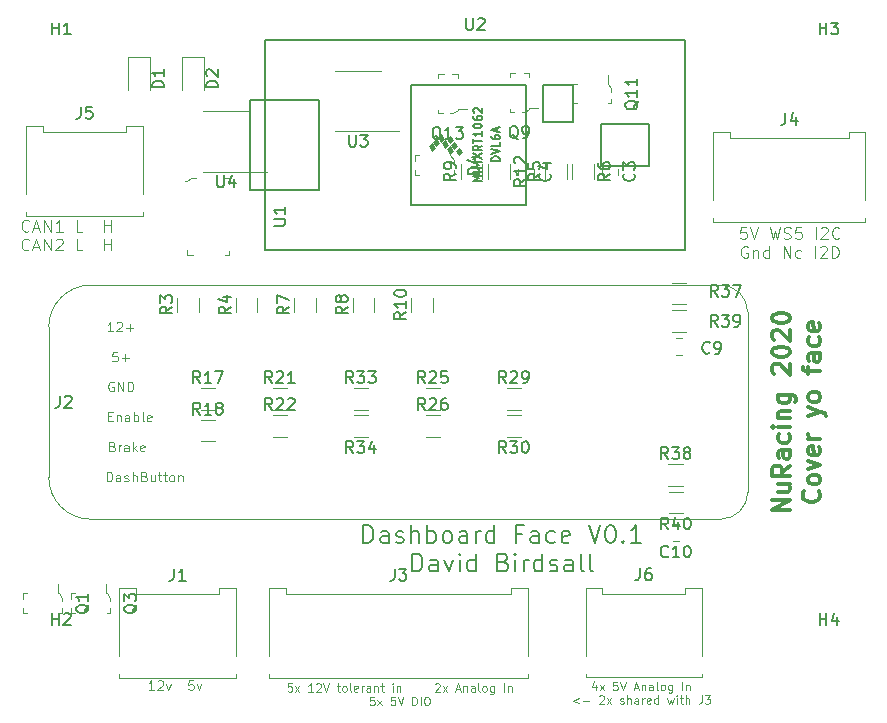
<source format=gbr>
G04 #@! TF.GenerationSoftware,KiCad,Pcbnew,(5.1.6)-1*
G04 #@! TF.CreationDate,2020-10-21T13:59:54+11:00*
G04 #@! TF.ProjectId,DashDriver-V1,44617368-4472-4697-9665-722d56312e6b,rev?*
G04 #@! TF.SameCoordinates,Original*
G04 #@! TF.FileFunction,Legend,Top*
G04 #@! TF.FilePolarity,Positive*
%FSLAX46Y46*%
G04 Gerber Fmt 4.6, Leading zero omitted, Abs format (unit mm)*
G04 Created by KiCad (PCBNEW (5.1.6)-1) date 2020-10-21 13:59:54*
%MOMM*%
%LPD*%
G01*
G04 APERTURE LIST*
%ADD10C,0.100000*%
%ADD11C,0.300000*%
%ADD12C,0.150000*%
%ADD13C,0.120000*%
G04 APERTURE END LIST*
D10*
X134716333Y-91947000D02*
X134716333Y-92413666D01*
X134549666Y-91680333D02*
X134383000Y-92180333D01*
X134816333Y-92180333D01*
X135016333Y-92413666D02*
X135383000Y-91947000D01*
X135016333Y-91947000D02*
X135383000Y-92413666D01*
X136516333Y-91713666D02*
X136183000Y-91713666D01*
X136149666Y-92047000D01*
X136183000Y-92013666D01*
X136249666Y-91980333D01*
X136416333Y-91980333D01*
X136483000Y-92013666D01*
X136516333Y-92047000D01*
X136549666Y-92113666D01*
X136549666Y-92280333D01*
X136516333Y-92347000D01*
X136483000Y-92380333D01*
X136416333Y-92413666D01*
X136249666Y-92413666D01*
X136183000Y-92380333D01*
X136149666Y-92347000D01*
X136749666Y-91713666D02*
X136983000Y-92413666D01*
X137216333Y-91713666D01*
X137949666Y-92213666D02*
X138283000Y-92213666D01*
X137883000Y-92413666D02*
X138116333Y-91713666D01*
X138349666Y-92413666D01*
X138583000Y-91947000D02*
X138583000Y-92413666D01*
X138583000Y-92013666D02*
X138616333Y-91980333D01*
X138683000Y-91947000D01*
X138783000Y-91947000D01*
X138849666Y-91980333D01*
X138883000Y-92047000D01*
X138883000Y-92413666D01*
X139516333Y-92413666D02*
X139516333Y-92047000D01*
X139483000Y-91980333D01*
X139416333Y-91947000D01*
X139283000Y-91947000D01*
X139216333Y-91980333D01*
X139516333Y-92380333D02*
X139449666Y-92413666D01*
X139283000Y-92413666D01*
X139216333Y-92380333D01*
X139183000Y-92313666D01*
X139183000Y-92247000D01*
X139216333Y-92180333D01*
X139283000Y-92147000D01*
X139449666Y-92147000D01*
X139516333Y-92113666D01*
X139949666Y-92413666D02*
X139883000Y-92380333D01*
X139849666Y-92313666D01*
X139849666Y-91713666D01*
X140316333Y-92413666D02*
X140249666Y-92380333D01*
X140216333Y-92347000D01*
X140183000Y-92280333D01*
X140183000Y-92080333D01*
X140216333Y-92013666D01*
X140249666Y-91980333D01*
X140316333Y-91947000D01*
X140416333Y-91947000D01*
X140483000Y-91980333D01*
X140516333Y-92013666D01*
X140549666Y-92080333D01*
X140549666Y-92280333D01*
X140516333Y-92347000D01*
X140483000Y-92380333D01*
X140416333Y-92413666D01*
X140316333Y-92413666D01*
X141149666Y-91947000D02*
X141149666Y-92513666D01*
X141116333Y-92580333D01*
X141083000Y-92613666D01*
X141016333Y-92647000D01*
X140916333Y-92647000D01*
X140849666Y-92613666D01*
X141149666Y-92380333D02*
X141083000Y-92413666D01*
X140949666Y-92413666D01*
X140883000Y-92380333D01*
X140849666Y-92347000D01*
X140816333Y-92280333D01*
X140816333Y-92080333D01*
X140849666Y-92013666D01*
X140883000Y-91980333D01*
X140949666Y-91947000D01*
X141083000Y-91947000D01*
X141149666Y-91980333D01*
X142016333Y-92413666D02*
X142016333Y-91713666D01*
X142349666Y-91947000D02*
X142349666Y-92413666D01*
X142349666Y-92013666D02*
X142383000Y-91980333D01*
X142449666Y-91947000D01*
X142549666Y-91947000D01*
X142616333Y-91980333D01*
X142649666Y-92047000D01*
X142649666Y-92413666D01*
X133283000Y-93097000D02*
X132749666Y-93297000D01*
X133283000Y-93497000D01*
X133616333Y-93297000D02*
X134149666Y-93297000D01*
X134983000Y-92930333D02*
X135016333Y-92897000D01*
X135083000Y-92863666D01*
X135249666Y-92863666D01*
X135316333Y-92897000D01*
X135349666Y-92930333D01*
X135383000Y-92997000D01*
X135383000Y-93063666D01*
X135349666Y-93163666D01*
X134949666Y-93563666D01*
X135383000Y-93563666D01*
X135616333Y-93563666D02*
X135983000Y-93097000D01*
X135616333Y-93097000D02*
X135983000Y-93563666D01*
X136749666Y-93530333D02*
X136816333Y-93563666D01*
X136949666Y-93563666D01*
X137016333Y-93530333D01*
X137049666Y-93463666D01*
X137049666Y-93430333D01*
X137016333Y-93363666D01*
X136949666Y-93330333D01*
X136849666Y-93330333D01*
X136783000Y-93297000D01*
X136749666Y-93230333D01*
X136749666Y-93197000D01*
X136783000Y-93130333D01*
X136849666Y-93097000D01*
X136949666Y-93097000D01*
X137016333Y-93130333D01*
X137349666Y-93563666D02*
X137349666Y-92863666D01*
X137649666Y-93563666D02*
X137649666Y-93197000D01*
X137616333Y-93130333D01*
X137549666Y-93097000D01*
X137449666Y-93097000D01*
X137383000Y-93130333D01*
X137349666Y-93163666D01*
X138283000Y-93563666D02*
X138283000Y-93197000D01*
X138249666Y-93130333D01*
X138183000Y-93097000D01*
X138049666Y-93097000D01*
X137983000Y-93130333D01*
X138283000Y-93530333D02*
X138216333Y-93563666D01*
X138049666Y-93563666D01*
X137983000Y-93530333D01*
X137949666Y-93463666D01*
X137949666Y-93397000D01*
X137983000Y-93330333D01*
X138049666Y-93297000D01*
X138216333Y-93297000D01*
X138283000Y-93263666D01*
X138616333Y-93563666D02*
X138616333Y-93097000D01*
X138616333Y-93230333D02*
X138649666Y-93163666D01*
X138683000Y-93130333D01*
X138749666Y-93097000D01*
X138816333Y-93097000D01*
X139316333Y-93530333D02*
X139249666Y-93563666D01*
X139116333Y-93563666D01*
X139049666Y-93530333D01*
X139016333Y-93463666D01*
X139016333Y-93197000D01*
X139049666Y-93130333D01*
X139116333Y-93097000D01*
X139249666Y-93097000D01*
X139316333Y-93130333D01*
X139349666Y-93197000D01*
X139349666Y-93263666D01*
X139016333Y-93330333D01*
X139949666Y-93563666D02*
X139949666Y-92863666D01*
X139949666Y-93530333D02*
X139883000Y-93563666D01*
X139749666Y-93563666D01*
X139683000Y-93530333D01*
X139649666Y-93497000D01*
X139616333Y-93430333D01*
X139616333Y-93230333D01*
X139649666Y-93163666D01*
X139683000Y-93130333D01*
X139749666Y-93097000D01*
X139883000Y-93097000D01*
X139949666Y-93130333D01*
X140749666Y-93097000D02*
X140883000Y-93563666D01*
X141016333Y-93230333D01*
X141149666Y-93563666D01*
X141283000Y-93097000D01*
X141549666Y-93563666D02*
X141549666Y-93097000D01*
X141549666Y-92863666D02*
X141516333Y-92897000D01*
X141549666Y-92930333D01*
X141583000Y-92897000D01*
X141549666Y-92863666D01*
X141549666Y-92930333D01*
X141783000Y-93097000D02*
X142049666Y-93097000D01*
X141883000Y-92863666D02*
X141883000Y-93463666D01*
X141916333Y-93530333D01*
X141983000Y-93563666D01*
X142049666Y-93563666D01*
X142283000Y-93563666D02*
X142283000Y-92863666D01*
X142583000Y-93563666D02*
X142583000Y-93197000D01*
X142549666Y-93130333D01*
X142483000Y-93097000D01*
X142383000Y-93097000D01*
X142316333Y-93130333D01*
X142283000Y-93163666D01*
X143649666Y-92863666D02*
X143649666Y-93363666D01*
X143616333Y-93463666D01*
X143549666Y-93530333D01*
X143449666Y-93563666D01*
X143383000Y-93563666D01*
X143916333Y-92863666D02*
X144349666Y-92863666D01*
X144116333Y-93130333D01*
X144216333Y-93130333D01*
X144283000Y-93163666D01*
X144316333Y-93197000D01*
X144349666Y-93263666D01*
X144349666Y-93430333D01*
X144316333Y-93497000D01*
X144283000Y-93530333D01*
X144216333Y-93563666D01*
X144016333Y-93563666D01*
X143949666Y-93530333D01*
X143916333Y-93497000D01*
X108952666Y-91840666D02*
X108619333Y-91840666D01*
X108585999Y-92174000D01*
X108619333Y-92140666D01*
X108685999Y-92107333D01*
X108852666Y-92107333D01*
X108919333Y-92140666D01*
X108952666Y-92174000D01*
X108985999Y-92240666D01*
X108985999Y-92407333D01*
X108952666Y-92474000D01*
X108919333Y-92507333D01*
X108852666Y-92540666D01*
X108685999Y-92540666D01*
X108619333Y-92507333D01*
X108585999Y-92474000D01*
X109219333Y-92540666D02*
X109585999Y-92074000D01*
X109219333Y-92074000D02*
X109585999Y-92540666D01*
X110752666Y-92540666D02*
X110352666Y-92540666D01*
X110552666Y-92540666D02*
X110552666Y-91840666D01*
X110485999Y-91940666D01*
X110419333Y-92007333D01*
X110352666Y-92040666D01*
X111019333Y-91907333D02*
X111052666Y-91874000D01*
X111119333Y-91840666D01*
X111285999Y-91840666D01*
X111352666Y-91874000D01*
X111385999Y-91907333D01*
X111419333Y-91974000D01*
X111419333Y-92040666D01*
X111385999Y-92140666D01*
X110985999Y-92540666D01*
X111419333Y-92540666D01*
X111619333Y-91840666D02*
X111852666Y-92540666D01*
X112085999Y-91840666D01*
X112752666Y-92074000D02*
X113019333Y-92074000D01*
X112852666Y-91840666D02*
X112852666Y-92440666D01*
X112885999Y-92507333D01*
X112952666Y-92540666D01*
X113019333Y-92540666D01*
X113352666Y-92540666D02*
X113285999Y-92507333D01*
X113252666Y-92474000D01*
X113219333Y-92407333D01*
X113219333Y-92207333D01*
X113252666Y-92140666D01*
X113285999Y-92107333D01*
X113352666Y-92074000D01*
X113452666Y-92074000D01*
X113519333Y-92107333D01*
X113552666Y-92140666D01*
X113585999Y-92207333D01*
X113585999Y-92407333D01*
X113552666Y-92474000D01*
X113519333Y-92507333D01*
X113452666Y-92540666D01*
X113352666Y-92540666D01*
X113985999Y-92540666D02*
X113919333Y-92507333D01*
X113885999Y-92440666D01*
X113885999Y-91840666D01*
X114519333Y-92507333D02*
X114452666Y-92540666D01*
X114319333Y-92540666D01*
X114252666Y-92507333D01*
X114219333Y-92440666D01*
X114219333Y-92174000D01*
X114252666Y-92107333D01*
X114319333Y-92074000D01*
X114452666Y-92074000D01*
X114519333Y-92107333D01*
X114552666Y-92174000D01*
X114552666Y-92240666D01*
X114219333Y-92307333D01*
X114852666Y-92540666D02*
X114852666Y-92074000D01*
X114852666Y-92207333D02*
X114885999Y-92140666D01*
X114919333Y-92107333D01*
X114985999Y-92074000D01*
X115052666Y-92074000D01*
X115585999Y-92540666D02*
X115585999Y-92174000D01*
X115552666Y-92107333D01*
X115485999Y-92074000D01*
X115352666Y-92074000D01*
X115285999Y-92107333D01*
X115585999Y-92507333D02*
X115519333Y-92540666D01*
X115352666Y-92540666D01*
X115285999Y-92507333D01*
X115252666Y-92440666D01*
X115252666Y-92374000D01*
X115285999Y-92307333D01*
X115352666Y-92274000D01*
X115519333Y-92274000D01*
X115585999Y-92240666D01*
X115919333Y-92074000D02*
X115919333Y-92540666D01*
X115919333Y-92140666D02*
X115952666Y-92107333D01*
X116019333Y-92074000D01*
X116119333Y-92074000D01*
X116185999Y-92107333D01*
X116219333Y-92174000D01*
X116219333Y-92540666D01*
X116452666Y-92074000D02*
X116719333Y-92074000D01*
X116552666Y-91840666D02*
X116552666Y-92440666D01*
X116585999Y-92507333D01*
X116652666Y-92540666D01*
X116719333Y-92540666D01*
X117485999Y-92540666D02*
X117485999Y-92074000D01*
X117485999Y-91840666D02*
X117452666Y-91874000D01*
X117485999Y-91907333D01*
X117519333Y-91874000D01*
X117485999Y-91840666D01*
X117485999Y-91907333D01*
X117819333Y-92074000D02*
X117819333Y-92540666D01*
X117819333Y-92140666D02*
X117852666Y-92107333D01*
X117919333Y-92074000D01*
X118019333Y-92074000D01*
X118085999Y-92107333D01*
X118119333Y-92174000D01*
X118119333Y-92540666D01*
X121086000Y-91907333D02*
X121119333Y-91874000D01*
X121186000Y-91840666D01*
X121352666Y-91840666D01*
X121419333Y-91874000D01*
X121452666Y-91907333D01*
X121486000Y-91974000D01*
X121486000Y-92040666D01*
X121452666Y-92140666D01*
X121052666Y-92540666D01*
X121486000Y-92540666D01*
X121719333Y-92540666D02*
X122086000Y-92074000D01*
X121719333Y-92074000D02*
X122086000Y-92540666D01*
X122852666Y-92340666D02*
X123186000Y-92340666D01*
X122786000Y-92540666D02*
X123019333Y-91840666D01*
X123252666Y-92540666D01*
X123486000Y-92074000D02*
X123486000Y-92540666D01*
X123486000Y-92140666D02*
X123519333Y-92107333D01*
X123586000Y-92074000D01*
X123686000Y-92074000D01*
X123752666Y-92107333D01*
X123786000Y-92174000D01*
X123786000Y-92540666D01*
X124419333Y-92540666D02*
X124419333Y-92174000D01*
X124386000Y-92107333D01*
X124319333Y-92074000D01*
X124186000Y-92074000D01*
X124119333Y-92107333D01*
X124419333Y-92507333D02*
X124352666Y-92540666D01*
X124186000Y-92540666D01*
X124119333Y-92507333D01*
X124086000Y-92440666D01*
X124086000Y-92374000D01*
X124119333Y-92307333D01*
X124186000Y-92274000D01*
X124352666Y-92274000D01*
X124419333Y-92240666D01*
X124852666Y-92540666D02*
X124786000Y-92507333D01*
X124752666Y-92440666D01*
X124752666Y-91840666D01*
X125219333Y-92540666D02*
X125152666Y-92507333D01*
X125119333Y-92474000D01*
X125086000Y-92407333D01*
X125086000Y-92207333D01*
X125119333Y-92140666D01*
X125152666Y-92107333D01*
X125219333Y-92074000D01*
X125319333Y-92074000D01*
X125386000Y-92107333D01*
X125419333Y-92140666D01*
X125452666Y-92207333D01*
X125452666Y-92407333D01*
X125419333Y-92474000D01*
X125386000Y-92507333D01*
X125319333Y-92540666D01*
X125219333Y-92540666D01*
X126052666Y-92074000D02*
X126052666Y-92640666D01*
X126019333Y-92707333D01*
X125986000Y-92740666D01*
X125919333Y-92774000D01*
X125819333Y-92774000D01*
X125752666Y-92740666D01*
X126052666Y-92507333D02*
X125986000Y-92540666D01*
X125852666Y-92540666D01*
X125786000Y-92507333D01*
X125752666Y-92474000D01*
X125719333Y-92407333D01*
X125719333Y-92207333D01*
X125752666Y-92140666D01*
X125786000Y-92107333D01*
X125852666Y-92074000D01*
X125986000Y-92074000D01*
X126052666Y-92107333D01*
X126919333Y-92540666D02*
X126919333Y-91840666D01*
X127252666Y-92074000D02*
X127252666Y-92540666D01*
X127252666Y-92140666D02*
X127285999Y-92107333D01*
X127352666Y-92074000D01*
X127452666Y-92074000D01*
X127519333Y-92107333D01*
X127552666Y-92174000D01*
X127552666Y-92540666D01*
X115919333Y-92990666D02*
X115586000Y-92990666D01*
X115552666Y-93324000D01*
X115586000Y-93290666D01*
X115652666Y-93257333D01*
X115819333Y-93257333D01*
X115886000Y-93290666D01*
X115919333Y-93324000D01*
X115952666Y-93390666D01*
X115952666Y-93557333D01*
X115919333Y-93624000D01*
X115886000Y-93657333D01*
X115819333Y-93690666D01*
X115652666Y-93690666D01*
X115586000Y-93657333D01*
X115552666Y-93624000D01*
X116186000Y-93690666D02*
X116552666Y-93224000D01*
X116186000Y-93224000D02*
X116552666Y-93690666D01*
X117686000Y-92990666D02*
X117352666Y-92990666D01*
X117319333Y-93324000D01*
X117352666Y-93290666D01*
X117419333Y-93257333D01*
X117586000Y-93257333D01*
X117652666Y-93290666D01*
X117686000Y-93324000D01*
X117719333Y-93390666D01*
X117719333Y-93557333D01*
X117686000Y-93624000D01*
X117652666Y-93657333D01*
X117586000Y-93690666D01*
X117419333Y-93690666D01*
X117352666Y-93657333D01*
X117319333Y-93624000D01*
X117919333Y-92990666D02*
X118152666Y-93690666D01*
X118386000Y-92990666D01*
X119152666Y-93690666D02*
X119152666Y-92990666D01*
X119319333Y-92990666D01*
X119419333Y-93024000D01*
X119486000Y-93090666D01*
X119519333Y-93157333D01*
X119552666Y-93290666D01*
X119552666Y-93390666D01*
X119519333Y-93524000D01*
X119486000Y-93590666D01*
X119419333Y-93657333D01*
X119319333Y-93690666D01*
X119152666Y-93690666D01*
X119852666Y-93690666D02*
X119852666Y-92990666D01*
X120319333Y-92990666D02*
X120452666Y-92990666D01*
X120519333Y-93024000D01*
X120586000Y-93090666D01*
X120619333Y-93224000D01*
X120619333Y-93457333D01*
X120586000Y-93590666D01*
X120519333Y-93657333D01*
X120452666Y-93690666D01*
X120319333Y-93690666D01*
X120252666Y-93657333D01*
X120186000Y-93590666D01*
X120152666Y-93457333D01*
X120152666Y-93224000D01*
X120186000Y-93090666D01*
X120252666Y-93024000D01*
X120319333Y-92990666D01*
X147415523Y-53224380D02*
X146939333Y-53224380D01*
X146891714Y-53700571D01*
X146939333Y-53652952D01*
X147034571Y-53605333D01*
X147272666Y-53605333D01*
X147367904Y-53652952D01*
X147415523Y-53700571D01*
X147463142Y-53795809D01*
X147463142Y-54033904D01*
X147415523Y-54129142D01*
X147367904Y-54176761D01*
X147272666Y-54224380D01*
X147034571Y-54224380D01*
X146939333Y-54176761D01*
X146891714Y-54129142D01*
X147748857Y-53224380D02*
X148082190Y-54224380D01*
X148415523Y-53224380D01*
X149415523Y-53224380D02*
X149653619Y-54224380D01*
X149844095Y-53510095D01*
X150034571Y-54224380D01*
X150272666Y-53224380D01*
X150606000Y-54176761D02*
X150748857Y-54224380D01*
X150986952Y-54224380D01*
X151082190Y-54176761D01*
X151129809Y-54129142D01*
X151177428Y-54033904D01*
X151177428Y-53938666D01*
X151129809Y-53843428D01*
X151082190Y-53795809D01*
X150986952Y-53748190D01*
X150796476Y-53700571D01*
X150701238Y-53652952D01*
X150653619Y-53605333D01*
X150606000Y-53510095D01*
X150606000Y-53414857D01*
X150653619Y-53319619D01*
X150701238Y-53272000D01*
X150796476Y-53224380D01*
X151034571Y-53224380D01*
X151177428Y-53272000D01*
X152082190Y-53224380D02*
X151606000Y-53224380D01*
X151558380Y-53700571D01*
X151606000Y-53652952D01*
X151701238Y-53605333D01*
X151939333Y-53605333D01*
X152034571Y-53652952D01*
X152082190Y-53700571D01*
X152129809Y-53795809D01*
X152129809Y-54033904D01*
X152082190Y-54129142D01*
X152034571Y-54176761D01*
X151939333Y-54224380D01*
X151701238Y-54224380D01*
X151606000Y-54176761D01*
X151558380Y-54129142D01*
X153320285Y-54224380D02*
X153320285Y-53224380D01*
X153748857Y-53319619D02*
X153796476Y-53272000D01*
X153891714Y-53224380D01*
X154129809Y-53224380D01*
X154225047Y-53272000D01*
X154272666Y-53319619D01*
X154320285Y-53414857D01*
X154320285Y-53510095D01*
X154272666Y-53652952D01*
X153701238Y-54224380D01*
X154320285Y-54224380D01*
X155320285Y-54129142D02*
X155272666Y-54176761D01*
X155129809Y-54224380D01*
X155034571Y-54224380D01*
X154891714Y-54176761D01*
X154796476Y-54081523D01*
X154748857Y-53986285D01*
X154701238Y-53795809D01*
X154701238Y-53652952D01*
X154748857Y-53462476D01*
X154796476Y-53367238D01*
X154891714Y-53272000D01*
X155034571Y-53224380D01*
X155129809Y-53224380D01*
X155272666Y-53272000D01*
X155320285Y-53319619D01*
X147534571Y-54872000D02*
X147439333Y-54824380D01*
X147296476Y-54824380D01*
X147153619Y-54872000D01*
X147058380Y-54967238D01*
X147010761Y-55062476D01*
X146963142Y-55252952D01*
X146963142Y-55395809D01*
X147010761Y-55586285D01*
X147058380Y-55681523D01*
X147153619Y-55776761D01*
X147296476Y-55824380D01*
X147391714Y-55824380D01*
X147534571Y-55776761D01*
X147582190Y-55729142D01*
X147582190Y-55395809D01*
X147391714Y-55395809D01*
X148010761Y-55157714D02*
X148010761Y-55824380D01*
X148010761Y-55252952D02*
X148058380Y-55205333D01*
X148153619Y-55157714D01*
X148296476Y-55157714D01*
X148391714Y-55205333D01*
X148439333Y-55300571D01*
X148439333Y-55824380D01*
X149344095Y-55824380D02*
X149344095Y-54824380D01*
X149344095Y-55776761D02*
X149248857Y-55824380D01*
X149058380Y-55824380D01*
X148963142Y-55776761D01*
X148915523Y-55729142D01*
X148867904Y-55633904D01*
X148867904Y-55348190D01*
X148915523Y-55252952D01*
X148963142Y-55205333D01*
X149058380Y-55157714D01*
X149248857Y-55157714D01*
X149344095Y-55205333D01*
X150582190Y-55824380D02*
X150582190Y-54824380D01*
X151153619Y-55824380D01*
X151153619Y-54824380D01*
X152058380Y-55776761D02*
X151963142Y-55824380D01*
X151772666Y-55824380D01*
X151677428Y-55776761D01*
X151629809Y-55729142D01*
X151582190Y-55633904D01*
X151582190Y-55348190D01*
X151629809Y-55252952D01*
X151677428Y-55205333D01*
X151772666Y-55157714D01*
X151963142Y-55157714D01*
X152058380Y-55205333D01*
X153248857Y-55824380D02*
X153248857Y-54824380D01*
X153677428Y-54919619D02*
X153725047Y-54872000D01*
X153820285Y-54824380D01*
X154058380Y-54824380D01*
X154153619Y-54872000D01*
X154201238Y-54919619D01*
X154248857Y-55014857D01*
X154248857Y-55110095D01*
X154201238Y-55252952D01*
X153629809Y-55824380D01*
X154248857Y-55824380D01*
X154677428Y-55824380D02*
X154677428Y-54824380D01*
X154915523Y-54824380D01*
X155058380Y-54872000D01*
X155153619Y-54967238D01*
X155201238Y-55062476D01*
X155248857Y-55252952D01*
X155248857Y-55395809D01*
X155201238Y-55586285D01*
X155153619Y-55681523D01*
X155058380Y-55776761D01*
X154915523Y-55824380D01*
X154677428Y-55824380D01*
X86701523Y-53494142D02*
X86653904Y-53541761D01*
X86511047Y-53589380D01*
X86415809Y-53589380D01*
X86272952Y-53541761D01*
X86177714Y-53446523D01*
X86130095Y-53351285D01*
X86082476Y-53160809D01*
X86082476Y-53017952D01*
X86130095Y-52827476D01*
X86177714Y-52732238D01*
X86272952Y-52637000D01*
X86415809Y-52589380D01*
X86511047Y-52589380D01*
X86653904Y-52637000D01*
X86701523Y-52684619D01*
X87082476Y-53303666D02*
X87558666Y-53303666D01*
X86987238Y-53589380D02*
X87320571Y-52589380D01*
X87653904Y-53589380D01*
X87987238Y-53589380D02*
X87987238Y-52589380D01*
X88558666Y-53589380D01*
X88558666Y-52589380D01*
X89558666Y-53589380D02*
X88987238Y-53589380D01*
X89272952Y-53589380D02*
X89272952Y-52589380D01*
X89177714Y-52732238D01*
X89082476Y-52827476D01*
X88987238Y-52875095D01*
X91225333Y-53589380D02*
X90749142Y-53589380D01*
X90749142Y-52589380D01*
X93082476Y-53589380D02*
X93082476Y-52589380D01*
X93082476Y-53065571D02*
X93653904Y-53065571D01*
X93653904Y-53589380D02*
X93653904Y-52589380D01*
X86701523Y-55094142D02*
X86653904Y-55141761D01*
X86511047Y-55189380D01*
X86415809Y-55189380D01*
X86272952Y-55141761D01*
X86177714Y-55046523D01*
X86130095Y-54951285D01*
X86082476Y-54760809D01*
X86082476Y-54617952D01*
X86130095Y-54427476D01*
X86177714Y-54332238D01*
X86272952Y-54237000D01*
X86415809Y-54189380D01*
X86511047Y-54189380D01*
X86653904Y-54237000D01*
X86701523Y-54284619D01*
X87082476Y-54903666D02*
X87558666Y-54903666D01*
X86987238Y-55189380D02*
X87320571Y-54189380D01*
X87653904Y-55189380D01*
X87987238Y-55189380D02*
X87987238Y-54189380D01*
X88558666Y-55189380D01*
X88558666Y-54189380D01*
X88987238Y-54284619D02*
X89034857Y-54237000D01*
X89130095Y-54189380D01*
X89368190Y-54189380D01*
X89463428Y-54237000D01*
X89511047Y-54284619D01*
X89558666Y-54379857D01*
X89558666Y-54475095D01*
X89511047Y-54617952D01*
X88939619Y-55189380D01*
X89558666Y-55189380D01*
X91225333Y-55189380D02*
X90749142Y-55189380D01*
X90749142Y-54189380D01*
X93082476Y-55189380D02*
X93082476Y-54189380D01*
X93082476Y-54665571D02*
X93653904Y-54665571D01*
X93653904Y-55189380D02*
X93653904Y-54189380D01*
D11*
X151144571Y-77193628D02*
X149644571Y-77193628D01*
X151144571Y-76336485D01*
X149644571Y-76336485D01*
X150144571Y-74979342D02*
X151144571Y-74979342D01*
X150144571Y-75622200D02*
X150930285Y-75622200D01*
X151073142Y-75550771D01*
X151144571Y-75407914D01*
X151144571Y-75193628D01*
X151073142Y-75050771D01*
X151001714Y-74979342D01*
X151144571Y-73407914D02*
X150430285Y-73907914D01*
X151144571Y-74265057D02*
X149644571Y-74265057D01*
X149644571Y-73693628D01*
X149716000Y-73550771D01*
X149787428Y-73479342D01*
X149930285Y-73407914D01*
X150144571Y-73407914D01*
X150287428Y-73479342D01*
X150358857Y-73550771D01*
X150430285Y-73693628D01*
X150430285Y-74265057D01*
X151144571Y-72122200D02*
X150358857Y-72122200D01*
X150216000Y-72193628D01*
X150144571Y-72336485D01*
X150144571Y-72622200D01*
X150216000Y-72765057D01*
X151073142Y-72122200D02*
X151144571Y-72265057D01*
X151144571Y-72622200D01*
X151073142Y-72765057D01*
X150930285Y-72836485D01*
X150787428Y-72836485D01*
X150644571Y-72765057D01*
X150573142Y-72622200D01*
X150573142Y-72265057D01*
X150501714Y-72122200D01*
X151073142Y-70765057D02*
X151144571Y-70907914D01*
X151144571Y-71193628D01*
X151073142Y-71336485D01*
X151001714Y-71407914D01*
X150858857Y-71479342D01*
X150430285Y-71479342D01*
X150287428Y-71407914D01*
X150216000Y-71336485D01*
X150144571Y-71193628D01*
X150144571Y-70907914D01*
X150216000Y-70765057D01*
X151144571Y-70122200D02*
X150144571Y-70122200D01*
X149644571Y-70122200D02*
X149716000Y-70193628D01*
X149787428Y-70122200D01*
X149716000Y-70050771D01*
X149644571Y-70122200D01*
X149787428Y-70122200D01*
X150144571Y-69407914D02*
X151144571Y-69407914D01*
X150287428Y-69407914D02*
X150216000Y-69336485D01*
X150144571Y-69193628D01*
X150144571Y-68979342D01*
X150216000Y-68836485D01*
X150358857Y-68765057D01*
X151144571Y-68765057D01*
X150144571Y-67407914D02*
X151358857Y-67407914D01*
X151501714Y-67479342D01*
X151573142Y-67550771D01*
X151644571Y-67693628D01*
X151644571Y-67907914D01*
X151573142Y-68050771D01*
X151073142Y-67407914D02*
X151144571Y-67550771D01*
X151144571Y-67836485D01*
X151073142Y-67979342D01*
X151001714Y-68050771D01*
X150858857Y-68122200D01*
X150430285Y-68122200D01*
X150287428Y-68050771D01*
X150216000Y-67979342D01*
X150144571Y-67836485D01*
X150144571Y-67550771D01*
X150216000Y-67407914D01*
X149787428Y-65622200D02*
X149716000Y-65550771D01*
X149644571Y-65407914D01*
X149644571Y-65050771D01*
X149716000Y-64907914D01*
X149787428Y-64836485D01*
X149930285Y-64765057D01*
X150073142Y-64765057D01*
X150287428Y-64836485D01*
X151144571Y-65693628D01*
X151144571Y-64765057D01*
X149644571Y-63836485D02*
X149644571Y-63693628D01*
X149716000Y-63550771D01*
X149787428Y-63479342D01*
X149930285Y-63407914D01*
X150216000Y-63336485D01*
X150573142Y-63336485D01*
X150858857Y-63407914D01*
X151001714Y-63479342D01*
X151073142Y-63550771D01*
X151144571Y-63693628D01*
X151144571Y-63836485D01*
X151073142Y-63979342D01*
X151001714Y-64050771D01*
X150858857Y-64122200D01*
X150573142Y-64193628D01*
X150216000Y-64193628D01*
X149930285Y-64122200D01*
X149787428Y-64050771D01*
X149716000Y-63979342D01*
X149644571Y-63836485D01*
X149787428Y-62765057D02*
X149716000Y-62693628D01*
X149644571Y-62550771D01*
X149644571Y-62193628D01*
X149716000Y-62050771D01*
X149787428Y-61979342D01*
X149930285Y-61907914D01*
X150073142Y-61907914D01*
X150287428Y-61979342D01*
X151144571Y-62836485D01*
X151144571Y-61907914D01*
X149644571Y-60979342D02*
X149644571Y-60836485D01*
X149716000Y-60693628D01*
X149787428Y-60622200D01*
X149930285Y-60550771D01*
X150216000Y-60479342D01*
X150573142Y-60479342D01*
X150858857Y-60550771D01*
X151001714Y-60622200D01*
X151073142Y-60693628D01*
X151144571Y-60836485D01*
X151144571Y-60979342D01*
X151073142Y-61122200D01*
X151001714Y-61193628D01*
X150858857Y-61265057D01*
X150573142Y-61336485D01*
X150216000Y-61336485D01*
X149930285Y-61265057D01*
X149787428Y-61193628D01*
X149716000Y-61122200D01*
X149644571Y-60979342D01*
X153551714Y-75550771D02*
X153623142Y-75622200D01*
X153694571Y-75836485D01*
X153694571Y-75979342D01*
X153623142Y-76193628D01*
X153480285Y-76336485D01*
X153337428Y-76407914D01*
X153051714Y-76479342D01*
X152837428Y-76479342D01*
X152551714Y-76407914D01*
X152408857Y-76336485D01*
X152266000Y-76193628D01*
X152194571Y-75979342D01*
X152194571Y-75836485D01*
X152266000Y-75622200D01*
X152337428Y-75550771D01*
X153694571Y-74693628D02*
X153623142Y-74836485D01*
X153551714Y-74907914D01*
X153408857Y-74979342D01*
X152980285Y-74979342D01*
X152837428Y-74907914D01*
X152766000Y-74836485D01*
X152694571Y-74693628D01*
X152694571Y-74479342D01*
X152766000Y-74336485D01*
X152837428Y-74265057D01*
X152980285Y-74193628D01*
X153408857Y-74193628D01*
X153551714Y-74265057D01*
X153623142Y-74336485D01*
X153694571Y-74479342D01*
X153694571Y-74693628D01*
X152694571Y-73693628D02*
X153694571Y-73336485D01*
X152694571Y-72979342D01*
X153623142Y-71836485D02*
X153694571Y-71979342D01*
X153694571Y-72265057D01*
X153623142Y-72407914D01*
X153480285Y-72479342D01*
X152908857Y-72479342D01*
X152766000Y-72407914D01*
X152694571Y-72265057D01*
X152694571Y-71979342D01*
X152766000Y-71836485D01*
X152908857Y-71765057D01*
X153051714Y-71765057D01*
X153194571Y-72479342D01*
X153694571Y-71122200D02*
X152694571Y-71122200D01*
X152980285Y-71122200D02*
X152837428Y-71050771D01*
X152766000Y-70979342D01*
X152694571Y-70836485D01*
X152694571Y-70693628D01*
X152694571Y-69193628D02*
X153694571Y-68836485D01*
X152694571Y-68479342D02*
X153694571Y-68836485D01*
X154051714Y-68979342D01*
X154123142Y-69050771D01*
X154194571Y-69193628D01*
X153694571Y-67693628D02*
X153623142Y-67836485D01*
X153551714Y-67907914D01*
X153408857Y-67979342D01*
X152980285Y-67979342D01*
X152837428Y-67907914D01*
X152766000Y-67836485D01*
X152694571Y-67693628D01*
X152694571Y-67479342D01*
X152766000Y-67336485D01*
X152837428Y-67265057D01*
X152980285Y-67193628D01*
X153408857Y-67193628D01*
X153551714Y-67265057D01*
X153623142Y-67336485D01*
X153694571Y-67479342D01*
X153694571Y-67693628D01*
X152694571Y-65622200D02*
X152694571Y-65050771D01*
X153694571Y-65407914D02*
X152408857Y-65407914D01*
X152266000Y-65336485D01*
X152194571Y-65193628D01*
X152194571Y-65050771D01*
X153694571Y-63907914D02*
X152908857Y-63907914D01*
X152766000Y-63979342D01*
X152694571Y-64122200D01*
X152694571Y-64407914D01*
X152766000Y-64550771D01*
X153623142Y-63907914D02*
X153694571Y-64050771D01*
X153694571Y-64407914D01*
X153623142Y-64550771D01*
X153480285Y-64622200D01*
X153337428Y-64622200D01*
X153194571Y-64550771D01*
X153123142Y-64407914D01*
X153123142Y-64050771D01*
X153051714Y-63907914D01*
X153623142Y-62550771D02*
X153694571Y-62693628D01*
X153694571Y-62979342D01*
X153623142Y-63122200D01*
X153551714Y-63193628D01*
X153408857Y-63265057D01*
X152980285Y-63265057D01*
X152837428Y-63193628D01*
X152766000Y-63122200D01*
X152694571Y-62979342D01*
X152694571Y-62693628D01*
X152766000Y-62550771D01*
X153623142Y-61336485D02*
X153694571Y-61479342D01*
X153694571Y-61765057D01*
X153623142Y-61907914D01*
X153480285Y-61979342D01*
X152908857Y-61979342D01*
X152766000Y-61907914D01*
X152694571Y-61765057D01*
X152694571Y-61479342D01*
X152766000Y-61336485D01*
X152908857Y-61265057D01*
X153051714Y-61265057D01*
X153194571Y-61979342D01*
D12*
X115007714Y-79958571D02*
X115007714Y-78458571D01*
X115364857Y-78458571D01*
X115579142Y-78530000D01*
X115722000Y-78672857D01*
X115793428Y-78815714D01*
X115864857Y-79101428D01*
X115864857Y-79315714D01*
X115793428Y-79601428D01*
X115722000Y-79744285D01*
X115579142Y-79887142D01*
X115364857Y-79958571D01*
X115007714Y-79958571D01*
X117150571Y-79958571D02*
X117150571Y-79172857D01*
X117079142Y-79030000D01*
X116936285Y-78958571D01*
X116650571Y-78958571D01*
X116507714Y-79030000D01*
X117150571Y-79887142D02*
X117007714Y-79958571D01*
X116650571Y-79958571D01*
X116507714Y-79887142D01*
X116436285Y-79744285D01*
X116436285Y-79601428D01*
X116507714Y-79458571D01*
X116650571Y-79387142D01*
X117007714Y-79387142D01*
X117150571Y-79315714D01*
X117793428Y-79887142D02*
X117936285Y-79958571D01*
X118222000Y-79958571D01*
X118364857Y-79887142D01*
X118436285Y-79744285D01*
X118436285Y-79672857D01*
X118364857Y-79530000D01*
X118222000Y-79458571D01*
X118007714Y-79458571D01*
X117864857Y-79387142D01*
X117793428Y-79244285D01*
X117793428Y-79172857D01*
X117864857Y-79030000D01*
X118007714Y-78958571D01*
X118222000Y-78958571D01*
X118364857Y-79030000D01*
X119079142Y-79958571D02*
X119079142Y-78458571D01*
X119722000Y-79958571D02*
X119722000Y-79172857D01*
X119650571Y-79030000D01*
X119507714Y-78958571D01*
X119293428Y-78958571D01*
X119150571Y-79030000D01*
X119079142Y-79101428D01*
X120436285Y-79958571D02*
X120436285Y-78458571D01*
X120436285Y-79030000D02*
X120579142Y-78958571D01*
X120864857Y-78958571D01*
X121007714Y-79030000D01*
X121079142Y-79101428D01*
X121150571Y-79244285D01*
X121150571Y-79672857D01*
X121079142Y-79815714D01*
X121007714Y-79887142D01*
X120864857Y-79958571D01*
X120579142Y-79958571D01*
X120436285Y-79887142D01*
X122007714Y-79958571D02*
X121864857Y-79887142D01*
X121793428Y-79815714D01*
X121722000Y-79672857D01*
X121722000Y-79244285D01*
X121793428Y-79101428D01*
X121864857Y-79030000D01*
X122007714Y-78958571D01*
X122222000Y-78958571D01*
X122364857Y-79030000D01*
X122436285Y-79101428D01*
X122507714Y-79244285D01*
X122507714Y-79672857D01*
X122436285Y-79815714D01*
X122364857Y-79887142D01*
X122222000Y-79958571D01*
X122007714Y-79958571D01*
X123793428Y-79958571D02*
X123793428Y-79172857D01*
X123722000Y-79030000D01*
X123579142Y-78958571D01*
X123293428Y-78958571D01*
X123150571Y-79030000D01*
X123793428Y-79887142D02*
X123650571Y-79958571D01*
X123293428Y-79958571D01*
X123150571Y-79887142D01*
X123079142Y-79744285D01*
X123079142Y-79601428D01*
X123150571Y-79458571D01*
X123293428Y-79387142D01*
X123650571Y-79387142D01*
X123793428Y-79315714D01*
X124507714Y-79958571D02*
X124507714Y-78958571D01*
X124507714Y-79244285D02*
X124579142Y-79101428D01*
X124650571Y-79030000D01*
X124793428Y-78958571D01*
X124936285Y-78958571D01*
X126079142Y-79958571D02*
X126079142Y-78458571D01*
X126079142Y-79887142D02*
X125936285Y-79958571D01*
X125650571Y-79958571D01*
X125507714Y-79887142D01*
X125436285Y-79815714D01*
X125364857Y-79672857D01*
X125364857Y-79244285D01*
X125436285Y-79101428D01*
X125507714Y-79030000D01*
X125650571Y-78958571D01*
X125936285Y-78958571D01*
X126079142Y-79030000D01*
X128436285Y-79172857D02*
X127936285Y-79172857D01*
X127936285Y-79958571D02*
X127936285Y-78458571D01*
X128650571Y-78458571D01*
X129864857Y-79958571D02*
X129864857Y-79172857D01*
X129793428Y-79030000D01*
X129650571Y-78958571D01*
X129364857Y-78958571D01*
X129222000Y-79030000D01*
X129864857Y-79887142D02*
X129722000Y-79958571D01*
X129364857Y-79958571D01*
X129222000Y-79887142D01*
X129150571Y-79744285D01*
X129150571Y-79601428D01*
X129222000Y-79458571D01*
X129364857Y-79387142D01*
X129722000Y-79387142D01*
X129864857Y-79315714D01*
X131222000Y-79887142D02*
X131079142Y-79958571D01*
X130793428Y-79958571D01*
X130650571Y-79887142D01*
X130579142Y-79815714D01*
X130507714Y-79672857D01*
X130507714Y-79244285D01*
X130579142Y-79101428D01*
X130650571Y-79030000D01*
X130793428Y-78958571D01*
X131079142Y-78958571D01*
X131222000Y-79030000D01*
X132436285Y-79887142D02*
X132293428Y-79958571D01*
X132007714Y-79958571D01*
X131864857Y-79887142D01*
X131793428Y-79744285D01*
X131793428Y-79172857D01*
X131864857Y-79030000D01*
X132007714Y-78958571D01*
X132293428Y-78958571D01*
X132436285Y-79030000D01*
X132507714Y-79172857D01*
X132507714Y-79315714D01*
X131793428Y-79458571D01*
X134079142Y-78458571D02*
X134579142Y-79958571D01*
X135079142Y-78458571D01*
X135864857Y-78458571D02*
X136007714Y-78458571D01*
X136150571Y-78530000D01*
X136222000Y-78601428D01*
X136293428Y-78744285D01*
X136364857Y-79030000D01*
X136364857Y-79387142D01*
X136293428Y-79672857D01*
X136222000Y-79815714D01*
X136150571Y-79887142D01*
X136007714Y-79958571D01*
X135864857Y-79958571D01*
X135722000Y-79887142D01*
X135650571Y-79815714D01*
X135579142Y-79672857D01*
X135507714Y-79387142D01*
X135507714Y-79030000D01*
X135579142Y-78744285D01*
X135650571Y-78601428D01*
X135722000Y-78530000D01*
X135864857Y-78458571D01*
X137007714Y-79815714D02*
X137079142Y-79887142D01*
X137007714Y-79958571D01*
X136936285Y-79887142D01*
X137007714Y-79815714D01*
X137007714Y-79958571D01*
X138507714Y-79958571D02*
X137650571Y-79958571D01*
X138079142Y-79958571D02*
X138079142Y-78458571D01*
X137936285Y-78672857D01*
X137793428Y-78815714D01*
X137650571Y-78887142D01*
X119150571Y-82358571D02*
X119150571Y-80858571D01*
X119507714Y-80858571D01*
X119722000Y-80930000D01*
X119864857Y-81072857D01*
X119936285Y-81215714D01*
X120007714Y-81501428D01*
X120007714Y-81715714D01*
X119936285Y-82001428D01*
X119864857Y-82144285D01*
X119722000Y-82287142D01*
X119507714Y-82358571D01*
X119150571Y-82358571D01*
X121293428Y-82358571D02*
X121293428Y-81572857D01*
X121222000Y-81430000D01*
X121079142Y-81358571D01*
X120793428Y-81358571D01*
X120650571Y-81430000D01*
X121293428Y-82287142D02*
X121150571Y-82358571D01*
X120793428Y-82358571D01*
X120650571Y-82287142D01*
X120579142Y-82144285D01*
X120579142Y-82001428D01*
X120650571Y-81858571D01*
X120793428Y-81787142D01*
X121150571Y-81787142D01*
X121293428Y-81715714D01*
X121864857Y-81358571D02*
X122222000Y-82358571D01*
X122579142Y-81358571D01*
X123150571Y-82358571D02*
X123150571Y-81358571D01*
X123150571Y-80858571D02*
X123079142Y-80930000D01*
X123150571Y-81001428D01*
X123222000Y-80930000D01*
X123150571Y-80858571D01*
X123150571Y-81001428D01*
X124507714Y-82358571D02*
X124507714Y-80858571D01*
X124507714Y-82287142D02*
X124364857Y-82358571D01*
X124079142Y-82358571D01*
X123936285Y-82287142D01*
X123864857Y-82215714D01*
X123793428Y-82072857D01*
X123793428Y-81644285D01*
X123864857Y-81501428D01*
X123936285Y-81430000D01*
X124079142Y-81358571D01*
X124364857Y-81358571D01*
X124507714Y-81430000D01*
X126864857Y-81572857D02*
X127079142Y-81644285D01*
X127150571Y-81715714D01*
X127222000Y-81858571D01*
X127222000Y-82072857D01*
X127150571Y-82215714D01*
X127079142Y-82287142D01*
X126936285Y-82358571D01*
X126364857Y-82358571D01*
X126364857Y-80858571D01*
X126864857Y-80858571D01*
X127007714Y-80930000D01*
X127079142Y-81001428D01*
X127150571Y-81144285D01*
X127150571Y-81287142D01*
X127079142Y-81430000D01*
X127007714Y-81501428D01*
X126864857Y-81572857D01*
X126364857Y-81572857D01*
X127864857Y-82358571D02*
X127864857Y-81358571D01*
X127864857Y-80858571D02*
X127793428Y-80930000D01*
X127864857Y-81001428D01*
X127936285Y-80930000D01*
X127864857Y-80858571D01*
X127864857Y-81001428D01*
X128579142Y-82358571D02*
X128579142Y-81358571D01*
X128579142Y-81644285D02*
X128650571Y-81501428D01*
X128722000Y-81430000D01*
X128864857Y-81358571D01*
X129007714Y-81358571D01*
X130150571Y-82358571D02*
X130150571Y-80858571D01*
X130150571Y-82287142D02*
X130007714Y-82358571D01*
X129722000Y-82358571D01*
X129579142Y-82287142D01*
X129507714Y-82215714D01*
X129436285Y-82072857D01*
X129436285Y-81644285D01*
X129507714Y-81501428D01*
X129579142Y-81430000D01*
X129722000Y-81358571D01*
X130007714Y-81358571D01*
X130150571Y-81430000D01*
X130793428Y-82287142D02*
X130936285Y-82358571D01*
X131222000Y-82358571D01*
X131364857Y-82287142D01*
X131436285Y-82144285D01*
X131436285Y-82072857D01*
X131364857Y-81930000D01*
X131222000Y-81858571D01*
X131007714Y-81858571D01*
X130864857Y-81787142D01*
X130793428Y-81644285D01*
X130793428Y-81572857D01*
X130864857Y-81430000D01*
X131007714Y-81358571D01*
X131222000Y-81358571D01*
X131364857Y-81430000D01*
X132722000Y-82358571D02*
X132722000Y-81572857D01*
X132650571Y-81430000D01*
X132507714Y-81358571D01*
X132222000Y-81358571D01*
X132079142Y-81430000D01*
X132722000Y-82287142D02*
X132579142Y-82358571D01*
X132222000Y-82358571D01*
X132079142Y-82287142D01*
X132007714Y-82144285D01*
X132007714Y-82001428D01*
X132079142Y-81858571D01*
X132222000Y-81787142D01*
X132579142Y-81787142D01*
X132722000Y-81715714D01*
X133650571Y-82358571D02*
X133507714Y-82287142D01*
X133436285Y-82144285D01*
X133436285Y-80858571D01*
X134436285Y-82358571D02*
X134293428Y-82287142D01*
X134222000Y-82144285D01*
X134222000Y-80858571D01*
D10*
X97283619Y-92398904D02*
X96826476Y-92398904D01*
X97055047Y-92398904D02*
X97055047Y-91598904D01*
X96978857Y-91713190D01*
X96902666Y-91789380D01*
X96826476Y-91827476D01*
X97588380Y-91675095D02*
X97626476Y-91637000D01*
X97702666Y-91598904D01*
X97893142Y-91598904D01*
X97969333Y-91637000D01*
X98007428Y-91675095D01*
X98045523Y-91751285D01*
X98045523Y-91827476D01*
X98007428Y-91941761D01*
X97550285Y-92398904D01*
X98045523Y-92398904D01*
X98312190Y-91865571D02*
X98502666Y-92398904D01*
X98693142Y-91865571D01*
X100597904Y-91598904D02*
X100216952Y-91598904D01*
X100178857Y-91979857D01*
X100216952Y-91941761D01*
X100293142Y-91903666D01*
X100483619Y-91903666D01*
X100559809Y-91941761D01*
X100597904Y-91979857D01*
X100636000Y-92056047D01*
X100636000Y-92246523D01*
X100597904Y-92322714D01*
X100559809Y-92360809D01*
X100483619Y-92398904D01*
X100293142Y-92398904D01*
X100216952Y-92360809D01*
X100178857Y-92322714D01*
X100902666Y-91865571D02*
X101093142Y-92398904D01*
X101283619Y-91865571D01*
D13*
X88368000Y-61684000D02*
X88364000Y-74384000D01*
X91924000Y-58128000D02*
X141708000Y-58128000D01*
X141708000Y-58128000D02*
X145264000Y-58128000D01*
X147550000Y-60414000D02*
X147550000Y-74892000D01*
X147550000Y-74892000D02*
X147550000Y-75654000D01*
X145264000Y-77940000D02*
X91924000Y-77944000D01*
X147550000Y-75654000D02*
G75*
G02*
X145264000Y-77940000I-2286000J0D01*
G01*
X145264000Y-58128000D02*
G75*
G02*
X147550000Y-60414000I0J-2286000D01*
G01*
X91924000Y-77944000D02*
G75*
G02*
X88364000Y-74384000I0J3560000D01*
G01*
X88368000Y-61684000D02*
G75*
G02*
X91924000Y-58128000I3556000J0D01*
G01*
X119081000Y-60381064D02*
X119081000Y-59176936D01*
X120901000Y-60381064D02*
X120901000Y-59176936D01*
X114128000Y-60381064D02*
X114128000Y-59176936D01*
X115948000Y-60381064D02*
X115948000Y-59176936D01*
X109175000Y-60381064D02*
X109175000Y-59176936D01*
X110995000Y-60381064D02*
X110995000Y-59176936D01*
X104222000Y-60381064D02*
X104222000Y-59176936D01*
X106042000Y-60381064D02*
X106042000Y-59176936D01*
X99269000Y-60381064D02*
X99269000Y-59176936D01*
X101089000Y-60381064D02*
X101089000Y-59176936D01*
X142056064Y-77453000D02*
X140851936Y-77453000D01*
X142056064Y-75633000D02*
X140851936Y-75633000D01*
X142310064Y-62086000D02*
X141105936Y-62086000D01*
X142310064Y-60266000D02*
X141105936Y-60266000D01*
X140833936Y-73303000D02*
X142038064Y-73303000D01*
X140833936Y-75123000D02*
X142038064Y-75123000D01*
X141112936Y-57911000D02*
X142317064Y-57911000D01*
X141112936Y-59731000D02*
X142317064Y-59731000D01*
X123272000Y-49114564D02*
X123272000Y-47910436D01*
X125092000Y-49114564D02*
X125092000Y-47910436D01*
X133828000Y-91022000D02*
X133828000Y-91332000D01*
X133828000Y-91332000D02*
X143698000Y-91332000D01*
X143698000Y-91332000D02*
X143698000Y-91022000D01*
X133828000Y-89502000D02*
X133828000Y-83742000D01*
X133828000Y-83742000D02*
X135248000Y-83742000D01*
X135248000Y-83742000D02*
X135248000Y-84242000D01*
X135248000Y-84242000D02*
X142278000Y-84242000D01*
X142278000Y-84242000D02*
X142278000Y-83742000D01*
X142278000Y-83742000D02*
X143698000Y-83742000D01*
X143698000Y-83742000D02*
X143698000Y-89502000D01*
D10*
X122657000Y-47793000D02*
X122657000Y-47518000D01*
X122657000Y-47518000D02*
X122382000Y-47143000D01*
X122382000Y-47143000D02*
X122332000Y-47143000D01*
X122332000Y-47143000D02*
X122332000Y-46368000D01*
X119357000Y-47618000D02*
X119357000Y-47143000D01*
X119357000Y-47143000D02*
X119707000Y-47143000D01*
X119582000Y-48793000D02*
X119707000Y-48793000D01*
X119657000Y-48793000D02*
X119357000Y-48793000D01*
X119357000Y-48793000D02*
X119357000Y-48343000D01*
X122657000Y-48418000D02*
X122657000Y-48793000D01*
X122657000Y-48793000D02*
X122357000Y-48793000D01*
D13*
X141715252Y-79793000D02*
X141192748Y-79793000D01*
X141715252Y-78373000D02*
X141192748Y-78373000D01*
X141969252Y-64045000D02*
X141446748Y-64045000D01*
X141969252Y-62625000D02*
X141446748Y-62625000D01*
D12*
X106680000Y-50038000D02*
X105410000Y-50038000D01*
X105410000Y-50038000D02*
X105410000Y-42418000D01*
X105410000Y-42418000D02*
X106680000Y-42418000D01*
X111252000Y-50038000D02*
X111252000Y-42418000D01*
X111252000Y-42418000D02*
X106680000Y-42418000D01*
X111252000Y-50038000D02*
X106680000Y-50038000D01*
X139192000Y-44450000D02*
X139192000Y-48006000D01*
X139192000Y-48006000D02*
X135128000Y-48006000D01*
X135128000Y-48006000D02*
X135128000Y-44450000D01*
X135128000Y-44450000D02*
X139192000Y-44450000D01*
X128778000Y-51308000D02*
X128778000Y-41148000D01*
X118999000Y-41148000D02*
X118999000Y-51308000D01*
X128778000Y-41148000D02*
X118999000Y-41148000D01*
X128778000Y-51308000D02*
X118999000Y-51308000D01*
X106680000Y-37338000D02*
X142240000Y-37338000D01*
X142240000Y-37338000D02*
X142240000Y-55118000D01*
X142240000Y-55118000D02*
X106680000Y-55118000D01*
X106680000Y-55118000D02*
X106680000Y-37338000D01*
X130175000Y-41148000D02*
X132715000Y-41148000D01*
X132715000Y-41148000D02*
X132715000Y-44323000D01*
X132715000Y-44323000D02*
X130175000Y-44323000D01*
X130175000Y-44323000D02*
X130175000Y-41148000D01*
D10*
G36*
X121285000Y-45593000D02*
G01*
X121539000Y-45339000D01*
X121793000Y-45720000D01*
X121539000Y-45974000D01*
X121285000Y-45593000D01*
G37*
X121285000Y-45593000D02*
X121539000Y-45339000D01*
X121793000Y-45720000D01*
X121539000Y-45974000D01*
X121285000Y-45593000D01*
G36*
X121666000Y-46101000D02*
G01*
X121920000Y-45847000D01*
X122174000Y-46228000D01*
X121920000Y-46482000D01*
X121666000Y-46101000D01*
G37*
X121666000Y-46101000D02*
X121920000Y-45847000D01*
X122174000Y-46228000D01*
X121920000Y-46482000D01*
X121666000Y-46101000D01*
G36*
X122047000Y-46609000D02*
G01*
X122301000Y-46355000D01*
X122555000Y-46736000D01*
X122301000Y-46990000D01*
X122047000Y-46609000D01*
G37*
X122047000Y-46609000D02*
X122301000Y-46355000D01*
X122555000Y-46736000D01*
X122301000Y-46990000D01*
X122047000Y-46609000D01*
G36*
X122047000Y-45720000D02*
G01*
X122301000Y-45466000D01*
X122555000Y-45847000D01*
X122301000Y-46101000D01*
X122047000Y-45720000D01*
G37*
X122047000Y-45720000D02*
X122301000Y-45466000D01*
X122555000Y-45847000D01*
X122301000Y-46101000D01*
X122047000Y-45720000D01*
G36*
X122428000Y-46228000D02*
G01*
X122682000Y-45974000D01*
X122936000Y-46355000D01*
X122682000Y-46609000D01*
X122428000Y-46228000D01*
G37*
X122428000Y-46228000D02*
X122682000Y-45974000D01*
X122936000Y-46355000D01*
X122682000Y-46609000D01*
X122428000Y-46228000D01*
G36*
X122809000Y-46736000D02*
G01*
X123063000Y-46482000D01*
X123317000Y-46863000D01*
X123063000Y-47117000D01*
X122809000Y-46736000D01*
G37*
X122809000Y-46736000D02*
X123063000Y-46482000D01*
X123317000Y-46863000D01*
X123063000Y-47117000D01*
X122809000Y-46736000D01*
G36*
X120904000Y-45974000D02*
G01*
X121158000Y-45720000D01*
X121412000Y-46101000D01*
X121158000Y-46355000D01*
X120904000Y-45974000D01*
G37*
X120904000Y-45974000D02*
X121158000Y-45720000D01*
X121412000Y-46101000D01*
X121158000Y-46355000D01*
X120904000Y-45974000D01*
G36*
X120523000Y-46355000D02*
G01*
X120777000Y-46101000D01*
X121031000Y-46482000D01*
X120777000Y-46736000D01*
X120523000Y-46355000D01*
G37*
X120523000Y-46355000D02*
X120777000Y-46101000D01*
X121031000Y-46482000D01*
X120777000Y-46736000D01*
X120523000Y-46355000D01*
D13*
X135180000Y-48252748D02*
X135180000Y-48775252D01*
X136600000Y-48252748D02*
X136600000Y-48775252D01*
X128068000Y-48252748D02*
X128068000Y-48775252D01*
X129488000Y-48252748D02*
X129488000Y-48775252D01*
X96972000Y-41640000D02*
X96972000Y-38780000D01*
X96972000Y-38780000D02*
X95052000Y-38780000D01*
X95052000Y-38780000D02*
X95052000Y-41640000D01*
X99624000Y-38780000D02*
X99624000Y-41640000D01*
X101544000Y-38780000D02*
X99624000Y-38780000D01*
X101544000Y-41640000D02*
X101544000Y-38780000D01*
X94355000Y-91060000D02*
X94355000Y-91370000D01*
X94355000Y-91370000D02*
X104225000Y-91370000D01*
X104225000Y-91370000D02*
X104225000Y-91060000D01*
X94355000Y-89540000D02*
X94355000Y-83780000D01*
X94355000Y-83780000D02*
X95775000Y-83780000D01*
X95775000Y-83780000D02*
X95775000Y-84280000D01*
X95775000Y-84280000D02*
X102805000Y-84280000D01*
X102805000Y-84280000D02*
X102805000Y-83780000D01*
X102805000Y-83780000D02*
X104225000Y-83780000D01*
X104225000Y-83780000D02*
X104225000Y-89540000D01*
X128925000Y-83780000D02*
X128925000Y-89540000D01*
X127505000Y-83780000D02*
X128925000Y-83780000D01*
X127505000Y-84280000D02*
X127505000Y-83780000D01*
X108475000Y-84280000D02*
X127505000Y-84280000D01*
X108475000Y-83780000D02*
X108475000Y-84280000D01*
X107055000Y-83780000D02*
X108475000Y-83780000D01*
X107055000Y-89540000D02*
X107055000Y-83780000D01*
X128925000Y-91370000D02*
X128925000Y-91060000D01*
X107055000Y-91370000D02*
X128925000Y-91370000D01*
X107055000Y-91060000D02*
X107055000Y-91370000D01*
X157517000Y-45172000D02*
X157517000Y-50932000D01*
X156097000Y-45172000D02*
X157517000Y-45172000D01*
X156097000Y-45672000D02*
X156097000Y-45172000D01*
X146067000Y-45672000D02*
X156097000Y-45672000D01*
X146067000Y-45172000D02*
X146067000Y-45672000D01*
X144647000Y-45172000D02*
X146067000Y-45172000D01*
X144647000Y-50932000D02*
X144647000Y-45172000D01*
X157517000Y-52762000D02*
X157517000Y-52452000D01*
X144647000Y-52762000D02*
X157517000Y-52762000D01*
X144647000Y-52452000D02*
X144647000Y-52762000D01*
X96351000Y-44664000D02*
X96351000Y-50424000D01*
X94931000Y-44664000D02*
X96351000Y-44664000D01*
X94931000Y-45164000D02*
X94931000Y-44664000D01*
X87901000Y-45164000D02*
X94931000Y-45164000D01*
X87901000Y-44664000D02*
X87901000Y-45164000D01*
X86481000Y-44664000D02*
X87901000Y-44664000D01*
X86481000Y-50424000D02*
X86481000Y-44664000D01*
X96351000Y-52254000D02*
X96351000Y-51944000D01*
X86481000Y-52254000D02*
X96351000Y-52254000D01*
X86481000Y-51944000D02*
X86481000Y-52254000D01*
D10*
X89510000Y-85877000D02*
X89210000Y-85877000D01*
X89510000Y-85502000D02*
X89510000Y-85877000D01*
X86210000Y-85877000D02*
X86210000Y-85427000D01*
X86510000Y-85877000D02*
X86210000Y-85877000D01*
X86435000Y-85877000D02*
X86560000Y-85877000D01*
X86210000Y-84227000D02*
X86560000Y-84227000D01*
X86210000Y-84702000D02*
X86210000Y-84227000D01*
X89185000Y-84227000D02*
X89185000Y-83452000D01*
X89235000Y-84227000D02*
X89185000Y-84227000D01*
X89510000Y-84602000D02*
X89235000Y-84227000D01*
X89510000Y-84877000D02*
X89510000Y-84602000D01*
X93574000Y-84877000D02*
X93574000Y-84602000D01*
X93574000Y-84602000D02*
X93299000Y-84227000D01*
X93299000Y-84227000D02*
X93249000Y-84227000D01*
X93249000Y-84227000D02*
X93249000Y-83452000D01*
X90274000Y-84702000D02*
X90274000Y-84227000D01*
X90274000Y-84227000D02*
X90624000Y-84227000D01*
X90499000Y-85877000D02*
X90624000Y-85877000D01*
X90574000Y-85877000D02*
X90274000Y-85877000D01*
X90274000Y-85877000D02*
X90274000Y-85427000D01*
X93574000Y-85502000D02*
X93574000Y-85877000D01*
X93574000Y-85877000D02*
X93274000Y-85877000D01*
X128411000Y-43494000D02*
X128686000Y-43494000D01*
X128686000Y-43494000D02*
X129061000Y-43219000D01*
X129061000Y-43219000D02*
X129061000Y-43169000D01*
X129061000Y-43169000D02*
X129836000Y-43169000D01*
X128586000Y-40194000D02*
X129061000Y-40194000D01*
X129061000Y-40194000D02*
X129061000Y-40544000D01*
X127411000Y-40419000D02*
X127411000Y-40544000D01*
X127411000Y-40494000D02*
X127411000Y-40194000D01*
X127411000Y-40194000D02*
X127861000Y-40194000D01*
X127786000Y-43494000D02*
X127411000Y-43494000D01*
X127411000Y-43494000D02*
X127411000Y-43194000D01*
X136016000Y-42735000D02*
X135716000Y-42735000D01*
X136016000Y-42360000D02*
X136016000Y-42735000D01*
X132716000Y-42735000D02*
X132716000Y-42285000D01*
X133016000Y-42735000D02*
X132716000Y-42735000D01*
X132941000Y-42735000D02*
X133066000Y-42735000D01*
X132716000Y-41085000D02*
X133066000Y-41085000D01*
X132716000Y-41560000D02*
X132716000Y-41085000D01*
X135691000Y-41085000D02*
X135691000Y-40310000D01*
X135741000Y-41085000D02*
X135691000Y-41085000D01*
X136016000Y-41460000D02*
X135741000Y-41085000D01*
X136016000Y-41735000D02*
X136016000Y-41460000D01*
X121349000Y-43560000D02*
X121349000Y-43260000D01*
X121724000Y-43560000D02*
X121349000Y-43560000D01*
X121349000Y-40260000D02*
X121799000Y-40260000D01*
X121349000Y-40560000D02*
X121349000Y-40260000D01*
X121349000Y-40485000D02*
X121349000Y-40610000D01*
X122999000Y-40260000D02*
X122999000Y-40610000D01*
X122524000Y-40260000D02*
X122999000Y-40260000D01*
X122999000Y-43235000D02*
X123774000Y-43235000D01*
X122999000Y-43285000D02*
X122999000Y-43235000D01*
X122624000Y-43560000D02*
X122999000Y-43285000D01*
X122349000Y-43560000D02*
X122624000Y-43560000D01*
D13*
X130408000Y-49116064D02*
X130408000Y-47911936D01*
X132228000Y-49116064D02*
X132228000Y-47911936D01*
X132694000Y-47911936D02*
X132694000Y-49116064D01*
X134514000Y-47911936D02*
X134514000Y-49116064D01*
X127402000Y-47911936D02*
X127402000Y-49116064D01*
X125582000Y-47911936D02*
X125582000Y-49116064D01*
X101227936Y-68690000D02*
X102432064Y-68690000D01*
X101227936Y-66870000D02*
X102432064Y-66870000D01*
X101227936Y-69537000D02*
X102432064Y-69537000D01*
X101227936Y-71357000D02*
X102432064Y-71357000D01*
X107323936Y-66870000D02*
X108528064Y-66870000D01*
X107323936Y-68690000D02*
X108528064Y-68690000D01*
X107323936Y-70976000D02*
X108528064Y-70976000D01*
X107323936Y-69156000D02*
X108528064Y-69156000D01*
X120277936Y-68690000D02*
X121482064Y-68690000D01*
X120277936Y-66870000D02*
X121482064Y-66870000D01*
X120277936Y-69156000D02*
X121482064Y-69156000D01*
X120277936Y-70976000D02*
X121482064Y-70976000D01*
X127135936Y-68690000D02*
X128340064Y-68690000D01*
X127135936Y-66870000D02*
X128340064Y-66870000D01*
X128340064Y-69156000D02*
X127135936Y-69156000D01*
X128340064Y-70976000D02*
X127135936Y-70976000D01*
X114181936Y-68690000D02*
X115386064Y-68690000D01*
X114181936Y-66870000D02*
X115386064Y-66870000D01*
X115386064Y-70976000D02*
X114181936Y-70976000D01*
X115386064Y-69156000D02*
X114181936Y-69156000D01*
D10*
X103629000Y-55599000D02*
X103329000Y-55599000D01*
X103629000Y-55224000D02*
X103629000Y-55599000D01*
X103629000Y-49049000D02*
X103229000Y-49049000D01*
X103629000Y-49549000D02*
X103629000Y-49049000D01*
X100079000Y-55599000D02*
X100079000Y-55149000D01*
X100554000Y-55599000D02*
X100079000Y-55599000D01*
X100079000Y-49349000D02*
X99884000Y-49349000D01*
X100404000Y-49049000D02*
X100079000Y-49349000D01*
X100879000Y-49049000D02*
X100404000Y-49049000D01*
D13*
X114554000Y-39985000D02*
X112604000Y-39985000D01*
X114554000Y-39985000D02*
X116504000Y-39985000D01*
X114554000Y-45105000D02*
X112604000Y-45105000D01*
X114554000Y-45105000D02*
X118004000Y-45105000D01*
X103378000Y-48534000D02*
X106828000Y-48534000D01*
X103378000Y-48534000D02*
X101428000Y-48534000D01*
X103378000Y-43414000D02*
X105328000Y-43414000D01*
X103378000Y-43414000D02*
X101428000Y-43414000D01*
D12*
X89304666Y-67486380D02*
X89304666Y-68200666D01*
X89257047Y-68343523D01*
X89161809Y-68438761D01*
X89018952Y-68486380D01*
X88923714Y-68486380D01*
X89733238Y-67581619D02*
X89780857Y-67534000D01*
X89876095Y-67486380D01*
X90114190Y-67486380D01*
X90209428Y-67534000D01*
X90257047Y-67581619D01*
X90304666Y-67676857D01*
X90304666Y-67772095D01*
X90257047Y-67914952D01*
X89685619Y-68486380D01*
X90304666Y-68486380D01*
D10*
X93296000Y-74745904D02*
X93296000Y-73945904D01*
X93486476Y-73945904D01*
X93600761Y-73984000D01*
X93676952Y-74060190D01*
X93715047Y-74136380D01*
X93753142Y-74288761D01*
X93753142Y-74403047D01*
X93715047Y-74555428D01*
X93676952Y-74631619D01*
X93600761Y-74707809D01*
X93486476Y-74745904D01*
X93296000Y-74745904D01*
X94438857Y-74745904D02*
X94438857Y-74326857D01*
X94400761Y-74250666D01*
X94324571Y-74212571D01*
X94172190Y-74212571D01*
X94096000Y-74250666D01*
X94438857Y-74707809D02*
X94362666Y-74745904D01*
X94172190Y-74745904D01*
X94096000Y-74707809D01*
X94057904Y-74631619D01*
X94057904Y-74555428D01*
X94096000Y-74479238D01*
X94172190Y-74441142D01*
X94362666Y-74441142D01*
X94438857Y-74403047D01*
X94781714Y-74707809D02*
X94857904Y-74745904D01*
X95010285Y-74745904D01*
X95086476Y-74707809D01*
X95124571Y-74631619D01*
X95124571Y-74593523D01*
X95086476Y-74517333D01*
X95010285Y-74479238D01*
X94896000Y-74479238D01*
X94819809Y-74441142D01*
X94781714Y-74364952D01*
X94781714Y-74326857D01*
X94819809Y-74250666D01*
X94896000Y-74212571D01*
X95010285Y-74212571D01*
X95086476Y-74250666D01*
X95467428Y-74745904D02*
X95467428Y-73945904D01*
X95810285Y-74745904D02*
X95810285Y-74326857D01*
X95772190Y-74250666D01*
X95696000Y-74212571D01*
X95581714Y-74212571D01*
X95505523Y-74250666D01*
X95467428Y-74288761D01*
X96457904Y-74326857D02*
X96572190Y-74364952D01*
X96610285Y-74403047D01*
X96648380Y-74479238D01*
X96648380Y-74593523D01*
X96610285Y-74669714D01*
X96572190Y-74707809D01*
X96496000Y-74745904D01*
X96191238Y-74745904D01*
X96191238Y-73945904D01*
X96457904Y-73945904D01*
X96534095Y-73984000D01*
X96572190Y-74022095D01*
X96610285Y-74098285D01*
X96610285Y-74174476D01*
X96572190Y-74250666D01*
X96534095Y-74288761D01*
X96457904Y-74326857D01*
X96191238Y-74326857D01*
X97334095Y-74212571D02*
X97334095Y-74745904D01*
X96991238Y-74212571D02*
X96991238Y-74631619D01*
X97029333Y-74707809D01*
X97105523Y-74745904D01*
X97219809Y-74745904D01*
X97296000Y-74707809D01*
X97334095Y-74669714D01*
X97600761Y-74212571D02*
X97905523Y-74212571D01*
X97715047Y-73945904D02*
X97715047Y-74631619D01*
X97753142Y-74707809D01*
X97829333Y-74745904D01*
X97905523Y-74745904D01*
X98057904Y-74212571D02*
X98362666Y-74212571D01*
X98172190Y-73945904D02*
X98172190Y-74631619D01*
X98210285Y-74707809D01*
X98286476Y-74745904D01*
X98362666Y-74745904D01*
X98743619Y-74745904D02*
X98667428Y-74707809D01*
X98629333Y-74669714D01*
X98591238Y-74593523D01*
X98591238Y-74364952D01*
X98629333Y-74288761D01*
X98667428Y-74250666D01*
X98743619Y-74212571D01*
X98857904Y-74212571D01*
X98934095Y-74250666D01*
X98972190Y-74288761D01*
X99010285Y-74364952D01*
X99010285Y-74593523D01*
X98972190Y-74669714D01*
X98934095Y-74707809D01*
X98857904Y-74745904D01*
X98743619Y-74745904D01*
X99353142Y-74212571D02*
X99353142Y-74745904D01*
X99353142Y-74288761D02*
X99391238Y-74250666D01*
X99467428Y-74212571D01*
X99581714Y-74212571D01*
X99657904Y-74250666D01*
X99696000Y-74326857D01*
X99696000Y-74745904D01*
X93752952Y-71786857D02*
X93867238Y-71824952D01*
X93905333Y-71863047D01*
X93943428Y-71939238D01*
X93943428Y-72053523D01*
X93905333Y-72129714D01*
X93867238Y-72167809D01*
X93791047Y-72205904D01*
X93486285Y-72205904D01*
X93486285Y-71405904D01*
X93752952Y-71405904D01*
X93829142Y-71444000D01*
X93867238Y-71482095D01*
X93905333Y-71558285D01*
X93905333Y-71634476D01*
X93867238Y-71710666D01*
X93829142Y-71748761D01*
X93752952Y-71786857D01*
X93486285Y-71786857D01*
X94286285Y-72205904D02*
X94286285Y-71672571D01*
X94286285Y-71824952D02*
X94324380Y-71748761D01*
X94362476Y-71710666D01*
X94438666Y-71672571D01*
X94514857Y-71672571D01*
X95124380Y-72205904D02*
X95124380Y-71786857D01*
X95086285Y-71710666D01*
X95010095Y-71672571D01*
X94857714Y-71672571D01*
X94781523Y-71710666D01*
X95124380Y-72167809D02*
X95048190Y-72205904D01*
X94857714Y-72205904D01*
X94781523Y-72167809D01*
X94743428Y-72091619D01*
X94743428Y-72015428D01*
X94781523Y-71939238D01*
X94857714Y-71901142D01*
X95048190Y-71901142D01*
X95124380Y-71863047D01*
X95505333Y-72205904D02*
X95505333Y-71405904D01*
X95581523Y-71901142D02*
X95810095Y-72205904D01*
X95810095Y-71672571D02*
X95505333Y-71977333D01*
X96457714Y-72167809D02*
X96381523Y-72205904D01*
X96229142Y-72205904D01*
X96152952Y-72167809D01*
X96114857Y-72091619D01*
X96114857Y-71786857D01*
X96152952Y-71710666D01*
X96229142Y-71672571D01*
X96381523Y-71672571D01*
X96457714Y-71710666D01*
X96495809Y-71786857D01*
X96495809Y-71863047D01*
X96114857Y-71939238D01*
X93416476Y-69246857D02*
X93683142Y-69246857D01*
X93797428Y-69665904D02*
X93416476Y-69665904D01*
X93416476Y-68865904D01*
X93797428Y-68865904D01*
X94140285Y-69132571D02*
X94140285Y-69665904D01*
X94140285Y-69208761D02*
X94178380Y-69170666D01*
X94254571Y-69132571D01*
X94368857Y-69132571D01*
X94445047Y-69170666D01*
X94483142Y-69246857D01*
X94483142Y-69665904D01*
X95206952Y-69665904D02*
X95206952Y-69246857D01*
X95168857Y-69170666D01*
X95092666Y-69132571D01*
X94940285Y-69132571D01*
X94864095Y-69170666D01*
X95206952Y-69627809D02*
X95130761Y-69665904D01*
X94940285Y-69665904D01*
X94864095Y-69627809D01*
X94826000Y-69551619D01*
X94826000Y-69475428D01*
X94864095Y-69399238D01*
X94940285Y-69361142D01*
X95130761Y-69361142D01*
X95206952Y-69323047D01*
X95587904Y-69665904D02*
X95587904Y-68865904D01*
X95587904Y-69170666D02*
X95664095Y-69132571D01*
X95816476Y-69132571D01*
X95892666Y-69170666D01*
X95930761Y-69208761D01*
X95968857Y-69284952D01*
X95968857Y-69513523D01*
X95930761Y-69589714D01*
X95892666Y-69627809D01*
X95816476Y-69665904D01*
X95664095Y-69665904D01*
X95587904Y-69627809D01*
X96426000Y-69665904D02*
X96349809Y-69627809D01*
X96311714Y-69551619D01*
X96311714Y-68865904D01*
X97035523Y-69627809D02*
X96959333Y-69665904D01*
X96806952Y-69665904D01*
X96730761Y-69627809D01*
X96692666Y-69551619D01*
X96692666Y-69246857D01*
X96730761Y-69170666D01*
X96806952Y-69132571D01*
X96959333Y-69132571D01*
X97035523Y-69170666D01*
X97073619Y-69246857D01*
X97073619Y-69323047D01*
X96692666Y-69399238D01*
X93854476Y-66364000D02*
X93778285Y-66325904D01*
X93664000Y-66325904D01*
X93549714Y-66364000D01*
X93473523Y-66440190D01*
X93435428Y-66516380D01*
X93397333Y-66668761D01*
X93397333Y-66783047D01*
X93435428Y-66935428D01*
X93473523Y-67011619D01*
X93549714Y-67087809D01*
X93664000Y-67125904D01*
X93740190Y-67125904D01*
X93854476Y-67087809D01*
X93892571Y-67049714D01*
X93892571Y-66783047D01*
X93740190Y-66783047D01*
X94235428Y-67125904D02*
X94235428Y-66325904D01*
X94692571Y-67125904D01*
X94692571Y-66325904D01*
X95073523Y-67125904D02*
X95073523Y-66325904D01*
X95264000Y-66325904D01*
X95378285Y-66364000D01*
X95454476Y-66440190D01*
X95492571Y-66516380D01*
X95530666Y-66668761D01*
X95530666Y-66783047D01*
X95492571Y-66935428D01*
X95454476Y-67011619D01*
X95378285Y-67087809D01*
X95264000Y-67125904D01*
X95073523Y-67125904D01*
X94159238Y-63785904D02*
X93778285Y-63785904D01*
X93740190Y-64166857D01*
X93778285Y-64128761D01*
X93854476Y-64090666D01*
X94044952Y-64090666D01*
X94121142Y-64128761D01*
X94159238Y-64166857D01*
X94197333Y-64243047D01*
X94197333Y-64433523D01*
X94159238Y-64509714D01*
X94121142Y-64547809D01*
X94044952Y-64585904D01*
X93854476Y-64585904D01*
X93778285Y-64547809D01*
X93740190Y-64509714D01*
X94540190Y-64281142D02*
X95149714Y-64281142D01*
X94844952Y-64585904D02*
X94844952Y-63976380D01*
X93816380Y-62045904D02*
X93359238Y-62045904D01*
X93587809Y-62045904D02*
X93587809Y-61245904D01*
X93511619Y-61360190D01*
X93435428Y-61436380D01*
X93359238Y-61474476D01*
X94121142Y-61322095D02*
X94159238Y-61284000D01*
X94235428Y-61245904D01*
X94425904Y-61245904D01*
X94502095Y-61284000D01*
X94540190Y-61322095D01*
X94578285Y-61398285D01*
X94578285Y-61474476D01*
X94540190Y-61588761D01*
X94083047Y-62045904D01*
X94578285Y-62045904D01*
X94921142Y-61741142D02*
X95530666Y-61741142D01*
X95225904Y-62045904D02*
X95225904Y-61436380D01*
D12*
X118623380Y-60421857D02*
X118147190Y-60755190D01*
X118623380Y-60993285D02*
X117623380Y-60993285D01*
X117623380Y-60612333D01*
X117671000Y-60517095D01*
X117718619Y-60469476D01*
X117813857Y-60421857D01*
X117956714Y-60421857D01*
X118051952Y-60469476D01*
X118099571Y-60517095D01*
X118147190Y-60612333D01*
X118147190Y-60993285D01*
X118623380Y-59469476D02*
X118623380Y-60040904D01*
X118623380Y-59755190D02*
X117623380Y-59755190D01*
X117766238Y-59850428D01*
X117861476Y-59945666D01*
X117909095Y-60040904D01*
X117623380Y-58850428D02*
X117623380Y-58755190D01*
X117671000Y-58659952D01*
X117718619Y-58612333D01*
X117813857Y-58564714D01*
X118004333Y-58517095D01*
X118242428Y-58517095D01*
X118432904Y-58564714D01*
X118528142Y-58612333D01*
X118575761Y-58659952D01*
X118623380Y-58755190D01*
X118623380Y-58850428D01*
X118575761Y-58945666D01*
X118528142Y-58993285D01*
X118432904Y-59040904D01*
X118242428Y-59088523D01*
X118004333Y-59088523D01*
X117813857Y-59040904D01*
X117718619Y-58993285D01*
X117671000Y-58945666D01*
X117623380Y-58850428D01*
X113670380Y-59945666D02*
X113194190Y-60279000D01*
X113670380Y-60517095D02*
X112670380Y-60517095D01*
X112670380Y-60136142D01*
X112718000Y-60040904D01*
X112765619Y-59993285D01*
X112860857Y-59945666D01*
X113003714Y-59945666D01*
X113098952Y-59993285D01*
X113146571Y-60040904D01*
X113194190Y-60136142D01*
X113194190Y-60517095D01*
X113098952Y-59374238D02*
X113051333Y-59469476D01*
X113003714Y-59517095D01*
X112908476Y-59564714D01*
X112860857Y-59564714D01*
X112765619Y-59517095D01*
X112718000Y-59469476D01*
X112670380Y-59374238D01*
X112670380Y-59183761D01*
X112718000Y-59088523D01*
X112765619Y-59040904D01*
X112860857Y-58993285D01*
X112908476Y-58993285D01*
X113003714Y-59040904D01*
X113051333Y-59088523D01*
X113098952Y-59183761D01*
X113098952Y-59374238D01*
X113146571Y-59469476D01*
X113194190Y-59517095D01*
X113289428Y-59564714D01*
X113479904Y-59564714D01*
X113575142Y-59517095D01*
X113622761Y-59469476D01*
X113670380Y-59374238D01*
X113670380Y-59183761D01*
X113622761Y-59088523D01*
X113575142Y-59040904D01*
X113479904Y-58993285D01*
X113289428Y-58993285D01*
X113194190Y-59040904D01*
X113146571Y-59088523D01*
X113098952Y-59183761D01*
X108717380Y-59945666D02*
X108241190Y-60279000D01*
X108717380Y-60517095D02*
X107717380Y-60517095D01*
X107717380Y-60136142D01*
X107765000Y-60040904D01*
X107812619Y-59993285D01*
X107907857Y-59945666D01*
X108050714Y-59945666D01*
X108145952Y-59993285D01*
X108193571Y-60040904D01*
X108241190Y-60136142D01*
X108241190Y-60517095D01*
X107717380Y-59612333D02*
X107717380Y-58945666D01*
X108717380Y-59374238D01*
X103764380Y-59945666D02*
X103288190Y-60279000D01*
X103764380Y-60517095D02*
X102764380Y-60517095D01*
X102764380Y-60136142D01*
X102812000Y-60040904D01*
X102859619Y-59993285D01*
X102954857Y-59945666D01*
X103097714Y-59945666D01*
X103192952Y-59993285D01*
X103240571Y-60040904D01*
X103288190Y-60136142D01*
X103288190Y-60517095D01*
X103097714Y-59088523D02*
X103764380Y-59088523D01*
X102716761Y-59326619D02*
X103431047Y-59564714D01*
X103431047Y-58945666D01*
X98811380Y-59945666D02*
X98335190Y-60279000D01*
X98811380Y-60517095D02*
X97811380Y-60517095D01*
X97811380Y-60136142D01*
X97859000Y-60040904D01*
X97906619Y-59993285D01*
X98001857Y-59945666D01*
X98144714Y-59945666D01*
X98239952Y-59993285D01*
X98287571Y-60040904D01*
X98335190Y-60136142D01*
X98335190Y-60517095D01*
X97811380Y-59612333D02*
X97811380Y-58993285D01*
X98192333Y-59326619D01*
X98192333Y-59183761D01*
X98239952Y-59088523D01*
X98287571Y-59040904D01*
X98382809Y-58993285D01*
X98620904Y-58993285D01*
X98716142Y-59040904D01*
X98763761Y-59088523D01*
X98811380Y-59183761D01*
X98811380Y-59469476D01*
X98763761Y-59564714D01*
X98716142Y-59612333D01*
X140811142Y-78815380D02*
X140477809Y-78339190D01*
X140239714Y-78815380D02*
X140239714Y-77815380D01*
X140620666Y-77815380D01*
X140715904Y-77863000D01*
X140763523Y-77910619D01*
X140811142Y-78005857D01*
X140811142Y-78148714D01*
X140763523Y-78243952D01*
X140715904Y-78291571D01*
X140620666Y-78339190D01*
X140239714Y-78339190D01*
X141668285Y-78148714D02*
X141668285Y-78815380D01*
X141430190Y-77767761D02*
X141192095Y-78482047D01*
X141811142Y-78482047D01*
X142382571Y-77815380D02*
X142477809Y-77815380D01*
X142573047Y-77863000D01*
X142620666Y-77910619D01*
X142668285Y-78005857D01*
X142715904Y-78196333D01*
X142715904Y-78434428D01*
X142668285Y-78624904D01*
X142620666Y-78720142D01*
X142573047Y-78767761D01*
X142477809Y-78815380D01*
X142382571Y-78815380D01*
X142287333Y-78767761D01*
X142239714Y-78720142D01*
X142192095Y-78624904D01*
X142144476Y-78434428D01*
X142144476Y-78196333D01*
X142192095Y-78005857D01*
X142239714Y-77910619D01*
X142287333Y-77863000D01*
X142382571Y-77815380D01*
X145002142Y-61628380D02*
X144668809Y-61152190D01*
X144430714Y-61628380D02*
X144430714Y-60628380D01*
X144811666Y-60628380D01*
X144906904Y-60676000D01*
X144954523Y-60723619D01*
X145002142Y-60818857D01*
X145002142Y-60961714D01*
X144954523Y-61056952D01*
X144906904Y-61104571D01*
X144811666Y-61152190D01*
X144430714Y-61152190D01*
X145335476Y-60628380D02*
X145954523Y-60628380D01*
X145621190Y-61009333D01*
X145764047Y-61009333D01*
X145859285Y-61056952D01*
X145906904Y-61104571D01*
X145954523Y-61199809D01*
X145954523Y-61437904D01*
X145906904Y-61533142D01*
X145859285Y-61580761D01*
X145764047Y-61628380D01*
X145478333Y-61628380D01*
X145383095Y-61580761D01*
X145335476Y-61533142D01*
X146430714Y-61628380D02*
X146621190Y-61628380D01*
X146716428Y-61580761D01*
X146764047Y-61533142D01*
X146859285Y-61390285D01*
X146906904Y-61199809D01*
X146906904Y-60818857D01*
X146859285Y-60723619D01*
X146811666Y-60676000D01*
X146716428Y-60628380D01*
X146525952Y-60628380D01*
X146430714Y-60676000D01*
X146383095Y-60723619D01*
X146335476Y-60818857D01*
X146335476Y-61056952D01*
X146383095Y-61152190D01*
X146430714Y-61199809D01*
X146525952Y-61247428D01*
X146716428Y-61247428D01*
X146811666Y-61199809D01*
X146859285Y-61152190D01*
X146906904Y-61056952D01*
X140793142Y-72845380D02*
X140459809Y-72369190D01*
X140221714Y-72845380D02*
X140221714Y-71845380D01*
X140602666Y-71845380D01*
X140697904Y-71893000D01*
X140745523Y-71940619D01*
X140793142Y-72035857D01*
X140793142Y-72178714D01*
X140745523Y-72273952D01*
X140697904Y-72321571D01*
X140602666Y-72369190D01*
X140221714Y-72369190D01*
X141126476Y-71845380D02*
X141745523Y-71845380D01*
X141412190Y-72226333D01*
X141555047Y-72226333D01*
X141650285Y-72273952D01*
X141697904Y-72321571D01*
X141745523Y-72416809D01*
X141745523Y-72654904D01*
X141697904Y-72750142D01*
X141650285Y-72797761D01*
X141555047Y-72845380D01*
X141269333Y-72845380D01*
X141174095Y-72797761D01*
X141126476Y-72750142D01*
X142316952Y-72273952D02*
X142221714Y-72226333D01*
X142174095Y-72178714D01*
X142126476Y-72083476D01*
X142126476Y-72035857D01*
X142174095Y-71940619D01*
X142221714Y-71893000D01*
X142316952Y-71845380D01*
X142507428Y-71845380D01*
X142602666Y-71893000D01*
X142650285Y-71940619D01*
X142697904Y-72035857D01*
X142697904Y-72083476D01*
X142650285Y-72178714D01*
X142602666Y-72226333D01*
X142507428Y-72273952D01*
X142316952Y-72273952D01*
X142221714Y-72321571D01*
X142174095Y-72369190D01*
X142126476Y-72464428D01*
X142126476Y-72654904D01*
X142174095Y-72750142D01*
X142221714Y-72797761D01*
X142316952Y-72845380D01*
X142507428Y-72845380D01*
X142602666Y-72797761D01*
X142650285Y-72750142D01*
X142697904Y-72654904D01*
X142697904Y-72464428D01*
X142650285Y-72369190D01*
X142602666Y-72321571D01*
X142507428Y-72273952D01*
X145002142Y-59088380D02*
X144668809Y-58612190D01*
X144430714Y-59088380D02*
X144430714Y-58088380D01*
X144811666Y-58088380D01*
X144906904Y-58136000D01*
X144954523Y-58183619D01*
X145002142Y-58278857D01*
X145002142Y-58421714D01*
X144954523Y-58516952D01*
X144906904Y-58564571D01*
X144811666Y-58612190D01*
X144430714Y-58612190D01*
X145335476Y-58088380D02*
X145954523Y-58088380D01*
X145621190Y-58469333D01*
X145764047Y-58469333D01*
X145859285Y-58516952D01*
X145906904Y-58564571D01*
X145954523Y-58659809D01*
X145954523Y-58897904D01*
X145906904Y-58993142D01*
X145859285Y-59040761D01*
X145764047Y-59088380D01*
X145478333Y-59088380D01*
X145383095Y-59040761D01*
X145335476Y-58993142D01*
X146287857Y-58088380D02*
X146954523Y-58088380D01*
X146525952Y-59088380D01*
X122814380Y-48679166D02*
X122338190Y-49012500D01*
X122814380Y-49250595D02*
X121814380Y-49250595D01*
X121814380Y-48869642D01*
X121862000Y-48774404D01*
X121909619Y-48726785D01*
X122004857Y-48679166D01*
X122147714Y-48679166D01*
X122242952Y-48726785D01*
X122290571Y-48774404D01*
X122338190Y-48869642D01*
X122338190Y-49250595D01*
X122814380Y-48202976D02*
X122814380Y-48012500D01*
X122766761Y-47917261D01*
X122719142Y-47869642D01*
X122576285Y-47774404D01*
X122385809Y-47726785D01*
X122004857Y-47726785D01*
X121909619Y-47774404D01*
X121862000Y-47822023D01*
X121814380Y-47917261D01*
X121814380Y-48107738D01*
X121862000Y-48202976D01*
X121909619Y-48250595D01*
X122004857Y-48298214D01*
X122242952Y-48298214D01*
X122338190Y-48250595D01*
X122385809Y-48202976D01*
X122433428Y-48107738D01*
X122433428Y-47917261D01*
X122385809Y-47822023D01*
X122338190Y-47774404D01*
X122242952Y-47726785D01*
X138429666Y-82104380D02*
X138429666Y-82818666D01*
X138382047Y-82961523D01*
X138286809Y-83056761D01*
X138143952Y-83104380D01*
X138048714Y-83104380D01*
X139334428Y-82104380D02*
X139143952Y-82104380D01*
X139048714Y-82152000D01*
X139001095Y-82199619D01*
X138905857Y-82342476D01*
X138858238Y-82532952D01*
X138858238Y-82913904D01*
X138905857Y-83009142D01*
X138953476Y-83056761D01*
X139048714Y-83104380D01*
X139239190Y-83104380D01*
X139334428Y-83056761D01*
X139382047Y-83009142D01*
X139429666Y-82913904D01*
X139429666Y-82675809D01*
X139382047Y-82580571D01*
X139334428Y-82532952D01*
X139239190Y-82485333D01*
X139048714Y-82485333D01*
X138953476Y-82532952D01*
X138905857Y-82580571D01*
X138858238Y-82675809D01*
X124834380Y-48731095D02*
X123834380Y-48731095D01*
X123834380Y-48493000D01*
X123882000Y-48350142D01*
X123977238Y-48254904D01*
X124072476Y-48207285D01*
X124262952Y-48159666D01*
X124405809Y-48159666D01*
X124596285Y-48207285D01*
X124691523Y-48254904D01*
X124786761Y-48350142D01*
X124834380Y-48493000D01*
X124834380Y-48731095D01*
X124167714Y-47302523D02*
X124834380Y-47302523D01*
X123786761Y-47540619D02*
X124501047Y-47778714D01*
X124501047Y-47159666D01*
X140811142Y-81090142D02*
X140763523Y-81137761D01*
X140620666Y-81185380D01*
X140525428Y-81185380D01*
X140382571Y-81137761D01*
X140287333Y-81042523D01*
X140239714Y-80947285D01*
X140192095Y-80756809D01*
X140192095Y-80613952D01*
X140239714Y-80423476D01*
X140287333Y-80328238D01*
X140382571Y-80233000D01*
X140525428Y-80185380D01*
X140620666Y-80185380D01*
X140763523Y-80233000D01*
X140811142Y-80280619D01*
X141763523Y-81185380D02*
X141192095Y-81185380D01*
X141477809Y-81185380D02*
X141477809Y-80185380D01*
X141382571Y-80328238D01*
X141287333Y-80423476D01*
X141192095Y-80471095D01*
X142382571Y-80185380D02*
X142477809Y-80185380D01*
X142573047Y-80233000D01*
X142620666Y-80280619D01*
X142668285Y-80375857D01*
X142715904Y-80566333D01*
X142715904Y-80804428D01*
X142668285Y-80994904D01*
X142620666Y-81090142D01*
X142573047Y-81137761D01*
X142477809Y-81185380D01*
X142382571Y-81185380D01*
X142287333Y-81137761D01*
X142239714Y-81090142D01*
X142192095Y-80994904D01*
X142144476Y-80804428D01*
X142144476Y-80566333D01*
X142192095Y-80375857D01*
X142239714Y-80280619D01*
X142287333Y-80233000D01*
X142382571Y-80185380D01*
X144335333Y-63819142D02*
X144287714Y-63866761D01*
X144144857Y-63914380D01*
X144049619Y-63914380D01*
X143906761Y-63866761D01*
X143811523Y-63771523D01*
X143763904Y-63676285D01*
X143716285Y-63485809D01*
X143716285Y-63342952D01*
X143763904Y-63152476D01*
X143811523Y-63057238D01*
X143906761Y-62962000D01*
X144049619Y-62914380D01*
X144144857Y-62914380D01*
X144287714Y-62962000D01*
X144335333Y-63009619D01*
X144811523Y-63914380D02*
X145002000Y-63914380D01*
X145097238Y-63866761D01*
X145144857Y-63819142D01*
X145240095Y-63676285D01*
X145287714Y-63485809D01*
X145287714Y-63104857D01*
X145240095Y-63009619D01*
X145192476Y-62962000D01*
X145097238Y-62914380D01*
X144906761Y-62914380D01*
X144811523Y-62962000D01*
X144763904Y-63009619D01*
X144716285Y-63104857D01*
X144716285Y-63342952D01*
X144763904Y-63438190D01*
X144811523Y-63485809D01*
X144906761Y-63533428D01*
X145097238Y-63533428D01*
X145192476Y-63485809D01*
X145240095Y-63438190D01*
X145287714Y-63342952D01*
X123698095Y-35520380D02*
X123698095Y-36329904D01*
X123745714Y-36425142D01*
X123793333Y-36472761D01*
X123888571Y-36520380D01*
X124079047Y-36520380D01*
X124174285Y-36472761D01*
X124221904Y-36425142D01*
X124269523Y-36329904D01*
X124269523Y-35520380D01*
X124698095Y-35615619D02*
X124745714Y-35568000D01*
X124840952Y-35520380D01*
X125079047Y-35520380D01*
X125174285Y-35568000D01*
X125221904Y-35615619D01*
X125269523Y-35710857D01*
X125269523Y-35806095D01*
X125221904Y-35948952D01*
X124650476Y-36520380D01*
X125269523Y-36520380D01*
X126554666Y-47628000D02*
X125854666Y-47628000D01*
X125854666Y-47461333D01*
X125888000Y-47361333D01*
X125954666Y-47294666D01*
X126021333Y-47261333D01*
X126154666Y-47228000D01*
X126254666Y-47228000D01*
X126388000Y-47261333D01*
X126454666Y-47294666D01*
X126521333Y-47361333D01*
X126554666Y-47461333D01*
X126554666Y-47628000D01*
X125854666Y-47028000D02*
X126554666Y-46794666D01*
X125854666Y-46561333D01*
X126554666Y-45994666D02*
X126554666Y-46328000D01*
X125854666Y-46328000D01*
X125854666Y-45461333D02*
X125854666Y-45594666D01*
X125888000Y-45661333D01*
X125921333Y-45694666D01*
X126021333Y-45761333D01*
X126154666Y-45794666D01*
X126421333Y-45794666D01*
X126488000Y-45761333D01*
X126521333Y-45728000D01*
X126554666Y-45661333D01*
X126554666Y-45528000D01*
X126521333Y-45461333D01*
X126488000Y-45428000D01*
X126421333Y-45394666D01*
X126254666Y-45394666D01*
X126188000Y-45428000D01*
X126154666Y-45461333D01*
X126121333Y-45528000D01*
X126121333Y-45661333D01*
X126154666Y-45728000D01*
X126188000Y-45761333D01*
X126254666Y-45794666D01*
X126354666Y-45128000D02*
X126354666Y-44794666D01*
X126554666Y-45194666D02*
X125854666Y-44961333D01*
X126554666Y-44728000D01*
X125030666Y-49311333D02*
X124330666Y-49311333D01*
X124830666Y-49078000D01*
X124330666Y-48844666D01*
X125030666Y-48844666D01*
X125030666Y-48511333D02*
X124330666Y-48511333D01*
X125030666Y-48178000D02*
X124330666Y-48178000D01*
X124830666Y-47944666D01*
X124330666Y-47711333D01*
X125030666Y-47711333D01*
X124330666Y-47444666D02*
X125030666Y-46978000D01*
X124330666Y-46978000D02*
X125030666Y-47444666D01*
X125030666Y-46311333D02*
X124697333Y-46544666D01*
X125030666Y-46711333D02*
X124330666Y-46711333D01*
X124330666Y-46444666D01*
X124364000Y-46378000D01*
X124397333Y-46344666D01*
X124464000Y-46311333D01*
X124564000Y-46311333D01*
X124630666Y-46344666D01*
X124664000Y-46378000D01*
X124697333Y-46444666D01*
X124697333Y-46711333D01*
X124330666Y-46111333D02*
X124330666Y-45711333D01*
X125030666Y-45911333D02*
X124330666Y-45911333D01*
X125030666Y-45111333D02*
X125030666Y-45511333D01*
X125030666Y-45311333D02*
X124330666Y-45311333D01*
X124430666Y-45378000D01*
X124497333Y-45444666D01*
X124530666Y-45511333D01*
X124330666Y-44678000D02*
X124330666Y-44611333D01*
X124364000Y-44544666D01*
X124397333Y-44511333D01*
X124464000Y-44478000D01*
X124597333Y-44444666D01*
X124764000Y-44444666D01*
X124897333Y-44478000D01*
X124964000Y-44511333D01*
X124997333Y-44544666D01*
X125030666Y-44611333D01*
X125030666Y-44678000D01*
X124997333Y-44744666D01*
X124964000Y-44778000D01*
X124897333Y-44811333D01*
X124764000Y-44844666D01*
X124597333Y-44844666D01*
X124464000Y-44811333D01*
X124397333Y-44778000D01*
X124364000Y-44744666D01*
X124330666Y-44678000D01*
X124330666Y-43844666D02*
X124330666Y-43978000D01*
X124364000Y-44044666D01*
X124397333Y-44078000D01*
X124497333Y-44144666D01*
X124630666Y-44178000D01*
X124897333Y-44178000D01*
X124964000Y-44144666D01*
X124997333Y-44111333D01*
X125030666Y-44044666D01*
X125030666Y-43911333D01*
X124997333Y-43844666D01*
X124964000Y-43811333D01*
X124897333Y-43778000D01*
X124730666Y-43778000D01*
X124664000Y-43811333D01*
X124630666Y-43844666D01*
X124597333Y-43911333D01*
X124597333Y-44044666D01*
X124630666Y-44111333D01*
X124664000Y-44144666D01*
X124730666Y-44178000D01*
X124397333Y-43511333D02*
X124364000Y-43478000D01*
X124330666Y-43411333D01*
X124330666Y-43244666D01*
X124364000Y-43178000D01*
X124397333Y-43144666D01*
X124464000Y-43111333D01*
X124530666Y-43111333D01*
X124630666Y-43144666D01*
X125030666Y-43544666D01*
X125030666Y-43111333D01*
X153646095Y-86892380D02*
X153646095Y-85892380D01*
X153646095Y-86368571D02*
X154217523Y-86368571D01*
X154217523Y-86892380D02*
X154217523Y-85892380D01*
X155122285Y-86225714D02*
X155122285Y-86892380D01*
X154884190Y-85844761D02*
X154646095Y-86559047D01*
X155265142Y-86559047D01*
X153646095Y-36892380D02*
X153646095Y-35892380D01*
X153646095Y-36368571D02*
X154217523Y-36368571D01*
X154217523Y-36892380D02*
X154217523Y-35892380D01*
X154598476Y-35892380D02*
X155217523Y-35892380D01*
X154884190Y-36273333D01*
X155027047Y-36273333D01*
X155122285Y-36320952D01*
X155169904Y-36368571D01*
X155217523Y-36463809D01*
X155217523Y-36701904D01*
X155169904Y-36797142D01*
X155122285Y-36844761D01*
X155027047Y-36892380D01*
X154741333Y-36892380D01*
X154646095Y-36844761D01*
X154598476Y-36797142D01*
X88646095Y-86892380D02*
X88646095Y-85892380D01*
X88646095Y-86368571D02*
X89217523Y-86368571D01*
X89217523Y-86892380D02*
X89217523Y-85892380D01*
X89646095Y-85987619D02*
X89693714Y-85940000D01*
X89788952Y-85892380D01*
X90027047Y-85892380D01*
X90122285Y-85940000D01*
X90169904Y-85987619D01*
X90217523Y-86082857D01*
X90217523Y-86178095D01*
X90169904Y-86320952D01*
X89598476Y-86892380D01*
X90217523Y-86892380D01*
X88646095Y-36892380D02*
X88646095Y-35892380D01*
X88646095Y-36368571D02*
X89217523Y-36368571D01*
X89217523Y-36892380D02*
X89217523Y-35892380D01*
X90217523Y-36892380D02*
X89646095Y-36892380D01*
X89931809Y-36892380D02*
X89931809Y-35892380D01*
X89836571Y-36035238D01*
X89741333Y-36130476D01*
X89646095Y-36178095D01*
X137897142Y-48680666D02*
X137944761Y-48728285D01*
X137992380Y-48871142D01*
X137992380Y-48966380D01*
X137944761Y-49109238D01*
X137849523Y-49204476D01*
X137754285Y-49252095D01*
X137563809Y-49299714D01*
X137420952Y-49299714D01*
X137230476Y-49252095D01*
X137135238Y-49204476D01*
X137040000Y-49109238D01*
X136992380Y-48966380D01*
X136992380Y-48871142D01*
X137040000Y-48728285D01*
X137087619Y-48680666D01*
X136992380Y-48347333D02*
X136992380Y-47728285D01*
X137373333Y-48061619D01*
X137373333Y-47918761D01*
X137420952Y-47823523D01*
X137468571Y-47775904D01*
X137563809Y-47728285D01*
X137801904Y-47728285D01*
X137897142Y-47775904D01*
X137944761Y-47823523D01*
X137992380Y-47918761D01*
X137992380Y-48204476D01*
X137944761Y-48299714D01*
X137897142Y-48347333D01*
X130785142Y-48680666D02*
X130832761Y-48728285D01*
X130880380Y-48871142D01*
X130880380Y-48966380D01*
X130832761Y-49109238D01*
X130737523Y-49204476D01*
X130642285Y-49252095D01*
X130451809Y-49299714D01*
X130308952Y-49299714D01*
X130118476Y-49252095D01*
X130023238Y-49204476D01*
X129928000Y-49109238D01*
X129880380Y-48966380D01*
X129880380Y-48871142D01*
X129928000Y-48728285D01*
X129975619Y-48680666D01*
X130213714Y-47823523D02*
X130880380Y-47823523D01*
X129832761Y-48061619D02*
X130547047Y-48299714D01*
X130547047Y-47680666D01*
X98114380Y-41378095D02*
X97114380Y-41378095D01*
X97114380Y-41140000D01*
X97162000Y-40997142D01*
X97257238Y-40901904D01*
X97352476Y-40854285D01*
X97542952Y-40806666D01*
X97685809Y-40806666D01*
X97876285Y-40854285D01*
X97971523Y-40901904D01*
X98066761Y-40997142D01*
X98114380Y-41140000D01*
X98114380Y-41378095D01*
X98114380Y-39854285D02*
X98114380Y-40425714D01*
X98114380Y-40140000D02*
X97114380Y-40140000D01*
X97257238Y-40235238D01*
X97352476Y-40330476D01*
X97400095Y-40425714D01*
X102686380Y-41378095D02*
X101686380Y-41378095D01*
X101686380Y-41140000D01*
X101734000Y-40997142D01*
X101829238Y-40901904D01*
X101924476Y-40854285D01*
X102114952Y-40806666D01*
X102257809Y-40806666D01*
X102448285Y-40854285D01*
X102543523Y-40901904D01*
X102638761Y-40997142D01*
X102686380Y-41140000D01*
X102686380Y-41378095D01*
X101781619Y-40425714D02*
X101734000Y-40378095D01*
X101686380Y-40282857D01*
X101686380Y-40044761D01*
X101734000Y-39949523D01*
X101781619Y-39901904D01*
X101876857Y-39854285D01*
X101972095Y-39854285D01*
X102114952Y-39901904D01*
X102686380Y-40473333D01*
X102686380Y-39854285D01*
X98956666Y-82142380D02*
X98956666Y-82856666D01*
X98909047Y-82999523D01*
X98813809Y-83094761D01*
X98670952Y-83142380D01*
X98575714Y-83142380D01*
X99956666Y-83142380D02*
X99385238Y-83142380D01*
X99670952Y-83142380D02*
X99670952Y-82142380D01*
X99575714Y-82285238D01*
X99480476Y-82380476D01*
X99385238Y-82428095D01*
X117656666Y-82142380D02*
X117656666Y-82856666D01*
X117609047Y-82999523D01*
X117513809Y-83094761D01*
X117370952Y-83142380D01*
X117275714Y-83142380D01*
X118037619Y-82142380D02*
X118656666Y-82142380D01*
X118323333Y-82523333D01*
X118466190Y-82523333D01*
X118561428Y-82570952D01*
X118609047Y-82618571D01*
X118656666Y-82713809D01*
X118656666Y-82951904D01*
X118609047Y-83047142D01*
X118561428Y-83094761D01*
X118466190Y-83142380D01*
X118180476Y-83142380D01*
X118085238Y-83094761D01*
X118037619Y-83047142D01*
X150748666Y-43534380D02*
X150748666Y-44248666D01*
X150701047Y-44391523D01*
X150605809Y-44486761D01*
X150462952Y-44534380D01*
X150367714Y-44534380D01*
X151653428Y-43867714D02*
X151653428Y-44534380D01*
X151415333Y-43486761D02*
X151177238Y-44201047D01*
X151796285Y-44201047D01*
X91082666Y-43026380D02*
X91082666Y-43740666D01*
X91035047Y-43883523D01*
X90939809Y-43978761D01*
X90796952Y-44026380D01*
X90701714Y-44026380D01*
X92035047Y-43026380D02*
X91558857Y-43026380D01*
X91511238Y-43502571D01*
X91558857Y-43454952D01*
X91654095Y-43407333D01*
X91892190Y-43407333D01*
X91987428Y-43454952D01*
X92035047Y-43502571D01*
X92082666Y-43597809D01*
X92082666Y-43835904D01*
X92035047Y-43931142D01*
X91987428Y-43978761D01*
X91892190Y-44026380D01*
X91654095Y-44026380D01*
X91558857Y-43978761D01*
X91511238Y-43931142D01*
X91782619Y-85172238D02*
X91735000Y-85267476D01*
X91639761Y-85362714D01*
X91496904Y-85505571D01*
X91449285Y-85600809D01*
X91449285Y-85696047D01*
X91687380Y-85648428D02*
X91639761Y-85743666D01*
X91544523Y-85838904D01*
X91354047Y-85886523D01*
X91020714Y-85886523D01*
X90830238Y-85838904D01*
X90735000Y-85743666D01*
X90687380Y-85648428D01*
X90687380Y-85457952D01*
X90735000Y-85362714D01*
X90830238Y-85267476D01*
X91020714Y-85219857D01*
X91354047Y-85219857D01*
X91544523Y-85267476D01*
X91639761Y-85362714D01*
X91687380Y-85457952D01*
X91687380Y-85648428D01*
X91687380Y-84267476D02*
X91687380Y-84838904D01*
X91687380Y-84553190D02*
X90687380Y-84553190D01*
X90830238Y-84648428D01*
X90925476Y-84743666D01*
X90973095Y-84838904D01*
X95846619Y-85172238D02*
X95799000Y-85267476D01*
X95703761Y-85362714D01*
X95560904Y-85505571D01*
X95513285Y-85600809D01*
X95513285Y-85696047D01*
X95751380Y-85648428D02*
X95703761Y-85743666D01*
X95608523Y-85838904D01*
X95418047Y-85886523D01*
X95084714Y-85886523D01*
X94894238Y-85838904D01*
X94799000Y-85743666D01*
X94751380Y-85648428D01*
X94751380Y-85457952D01*
X94799000Y-85362714D01*
X94894238Y-85267476D01*
X95084714Y-85219857D01*
X95418047Y-85219857D01*
X95608523Y-85267476D01*
X95703761Y-85362714D01*
X95751380Y-85457952D01*
X95751380Y-85648428D01*
X94751380Y-84886523D02*
X94751380Y-84267476D01*
X95132333Y-84600809D01*
X95132333Y-84457952D01*
X95179952Y-84362714D01*
X95227571Y-84315095D01*
X95322809Y-84267476D01*
X95560904Y-84267476D01*
X95656142Y-84315095D01*
X95703761Y-84362714D01*
X95751380Y-84457952D01*
X95751380Y-84743666D01*
X95703761Y-84838904D01*
X95656142Y-84886523D01*
X128115761Y-45766619D02*
X128020523Y-45719000D01*
X127925285Y-45623761D01*
X127782428Y-45480904D01*
X127687190Y-45433285D01*
X127591952Y-45433285D01*
X127639571Y-45671380D02*
X127544333Y-45623761D01*
X127449095Y-45528523D01*
X127401476Y-45338047D01*
X127401476Y-45004714D01*
X127449095Y-44814238D01*
X127544333Y-44719000D01*
X127639571Y-44671380D01*
X127830047Y-44671380D01*
X127925285Y-44719000D01*
X128020523Y-44814238D01*
X128068142Y-45004714D01*
X128068142Y-45338047D01*
X128020523Y-45528523D01*
X127925285Y-45623761D01*
X127830047Y-45671380D01*
X127639571Y-45671380D01*
X128544333Y-45671380D02*
X128734809Y-45671380D01*
X128830047Y-45623761D01*
X128877666Y-45576142D01*
X128972904Y-45433285D01*
X129020523Y-45242809D01*
X129020523Y-44861857D01*
X128972904Y-44766619D01*
X128925285Y-44719000D01*
X128830047Y-44671380D01*
X128639571Y-44671380D01*
X128544333Y-44719000D01*
X128496714Y-44766619D01*
X128449095Y-44861857D01*
X128449095Y-45099952D01*
X128496714Y-45195190D01*
X128544333Y-45242809D01*
X128639571Y-45290428D01*
X128830047Y-45290428D01*
X128925285Y-45242809D01*
X128972904Y-45195190D01*
X129020523Y-45099952D01*
X138288619Y-42506428D02*
X138241000Y-42601666D01*
X138145761Y-42696904D01*
X138002904Y-42839761D01*
X137955285Y-42935000D01*
X137955285Y-43030238D01*
X138193380Y-42982619D02*
X138145761Y-43077857D01*
X138050523Y-43173095D01*
X137860047Y-43220714D01*
X137526714Y-43220714D01*
X137336238Y-43173095D01*
X137241000Y-43077857D01*
X137193380Y-42982619D01*
X137193380Y-42792142D01*
X137241000Y-42696904D01*
X137336238Y-42601666D01*
X137526714Y-42554047D01*
X137860047Y-42554047D01*
X138050523Y-42601666D01*
X138145761Y-42696904D01*
X138193380Y-42792142D01*
X138193380Y-42982619D01*
X138193380Y-41601666D02*
X138193380Y-42173095D01*
X138193380Y-41887380D02*
X137193380Y-41887380D01*
X137336238Y-41982619D01*
X137431476Y-42077857D01*
X137479095Y-42173095D01*
X138193380Y-40649285D02*
X138193380Y-41220714D01*
X138193380Y-40935000D02*
X137193380Y-40935000D01*
X137336238Y-41030238D01*
X137431476Y-41125476D01*
X137479095Y-41220714D01*
X121577571Y-45832619D02*
X121482333Y-45785000D01*
X121387095Y-45689761D01*
X121244238Y-45546904D01*
X121149000Y-45499285D01*
X121053761Y-45499285D01*
X121101380Y-45737380D02*
X121006142Y-45689761D01*
X120910904Y-45594523D01*
X120863285Y-45404047D01*
X120863285Y-45070714D01*
X120910904Y-44880238D01*
X121006142Y-44785000D01*
X121101380Y-44737380D01*
X121291857Y-44737380D01*
X121387095Y-44785000D01*
X121482333Y-44880238D01*
X121529952Y-45070714D01*
X121529952Y-45404047D01*
X121482333Y-45594523D01*
X121387095Y-45689761D01*
X121291857Y-45737380D01*
X121101380Y-45737380D01*
X122482333Y-45737380D02*
X121910904Y-45737380D01*
X122196619Y-45737380D02*
X122196619Y-44737380D01*
X122101380Y-44880238D01*
X122006142Y-44975476D01*
X121910904Y-45023095D01*
X122815666Y-44737380D02*
X123434714Y-44737380D01*
X123101380Y-45118333D01*
X123244238Y-45118333D01*
X123339476Y-45165952D01*
X123387095Y-45213571D01*
X123434714Y-45308809D01*
X123434714Y-45546904D01*
X123387095Y-45642142D01*
X123339476Y-45689761D01*
X123244238Y-45737380D01*
X122958523Y-45737380D01*
X122863285Y-45689761D01*
X122815666Y-45642142D01*
X129950380Y-48680666D02*
X129474190Y-49014000D01*
X129950380Y-49252095D02*
X128950380Y-49252095D01*
X128950380Y-48871142D01*
X128998000Y-48775904D01*
X129045619Y-48728285D01*
X129140857Y-48680666D01*
X129283714Y-48680666D01*
X129378952Y-48728285D01*
X129426571Y-48775904D01*
X129474190Y-48871142D01*
X129474190Y-49252095D01*
X128950380Y-47775904D02*
X128950380Y-48252095D01*
X129426571Y-48299714D01*
X129378952Y-48252095D01*
X129331333Y-48156857D01*
X129331333Y-47918761D01*
X129378952Y-47823523D01*
X129426571Y-47775904D01*
X129521809Y-47728285D01*
X129759904Y-47728285D01*
X129855142Y-47775904D01*
X129902761Y-47823523D01*
X129950380Y-47918761D01*
X129950380Y-48156857D01*
X129902761Y-48252095D01*
X129855142Y-48299714D01*
X135876380Y-48680666D02*
X135400190Y-49014000D01*
X135876380Y-49252095D02*
X134876380Y-49252095D01*
X134876380Y-48871142D01*
X134924000Y-48775904D01*
X134971619Y-48728285D01*
X135066857Y-48680666D01*
X135209714Y-48680666D01*
X135304952Y-48728285D01*
X135352571Y-48775904D01*
X135400190Y-48871142D01*
X135400190Y-49252095D01*
X134876380Y-47823523D02*
X134876380Y-48014000D01*
X134924000Y-48109238D01*
X134971619Y-48156857D01*
X135114476Y-48252095D01*
X135304952Y-48299714D01*
X135685904Y-48299714D01*
X135781142Y-48252095D01*
X135828761Y-48204476D01*
X135876380Y-48109238D01*
X135876380Y-47918761D01*
X135828761Y-47823523D01*
X135781142Y-47775904D01*
X135685904Y-47728285D01*
X135447809Y-47728285D01*
X135352571Y-47775904D01*
X135304952Y-47823523D01*
X135257333Y-47918761D01*
X135257333Y-48109238D01*
X135304952Y-48204476D01*
X135352571Y-48252095D01*
X135447809Y-48299714D01*
X128764380Y-49156857D02*
X128288190Y-49490190D01*
X128764380Y-49728285D02*
X127764380Y-49728285D01*
X127764380Y-49347333D01*
X127812000Y-49252095D01*
X127859619Y-49204476D01*
X127954857Y-49156857D01*
X128097714Y-49156857D01*
X128192952Y-49204476D01*
X128240571Y-49252095D01*
X128288190Y-49347333D01*
X128288190Y-49728285D01*
X128764380Y-48204476D02*
X128764380Y-48775904D01*
X128764380Y-48490190D02*
X127764380Y-48490190D01*
X127907238Y-48585428D01*
X128002476Y-48680666D01*
X128050095Y-48775904D01*
X127859619Y-47823523D02*
X127812000Y-47775904D01*
X127764380Y-47680666D01*
X127764380Y-47442571D01*
X127812000Y-47347333D01*
X127859619Y-47299714D01*
X127954857Y-47252095D01*
X128050095Y-47252095D01*
X128192952Y-47299714D01*
X128764380Y-47871142D01*
X128764380Y-47252095D01*
X101187142Y-66412380D02*
X100853809Y-65936190D01*
X100615714Y-66412380D02*
X100615714Y-65412380D01*
X100996666Y-65412380D01*
X101091904Y-65460000D01*
X101139523Y-65507619D01*
X101187142Y-65602857D01*
X101187142Y-65745714D01*
X101139523Y-65840952D01*
X101091904Y-65888571D01*
X100996666Y-65936190D01*
X100615714Y-65936190D01*
X102139523Y-66412380D02*
X101568095Y-66412380D01*
X101853809Y-66412380D02*
X101853809Y-65412380D01*
X101758571Y-65555238D01*
X101663333Y-65650476D01*
X101568095Y-65698095D01*
X102472857Y-65412380D02*
X103139523Y-65412380D01*
X102710952Y-66412380D01*
X101187142Y-69079380D02*
X100853809Y-68603190D01*
X100615714Y-69079380D02*
X100615714Y-68079380D01*
X100996666Y-68079380D01*
X101091904Y-68127000D01*
X101139523Y-68174619D01*
X101187142Y-68269857D01*
X101187142Y-68412714D01*
X101139523Y-68507952D01*
X101091904Y-68555571D01*
X100996666Y-68603190D01*
X100615714Y-68603190D01*
X102139523Y-69079380D02*
X101568095Y-69079380D01*
X101853809Y-69079380D02*
X101853809Y-68079380D01*
X101758571Y-68222238D01*
X101663333Y-68317476D01*
X101568095Y-68365095D01*
X102710952Y-68507952D02*
X102615714Y-68460333D01*
X102568095Y-68412714D01*
X102520476Y-68317476D01*
X102520476Y-68269857D01*
X102568095Y-68174619D01*
X102615714Y-68127000D01*
X102710952Y-68079380D01*
X102901428Y-68079380D01*
X102996666Y-68127000D01*
X103044285Y-68174619D01*
X103091904Y-68269857D01*
X103091904Y-68317476D01*
X103044285Y-68412714D01*
X102996666Y-68460333D01*
X102901428Y-68507952D01*
X102710952Y-68507952D01*
X102615714Y-68555571D01*
X102568095Y-68603190D01*
X102520476Y-68698428D01*
X102520476Y-68888904D01*
X102568095Y-68984142D01*
X102615714Y-69031761D01*
X102710952Y-69079380D01*
X102901428Y-69079380D01*
X102996666Y-69031761D01*
X103044285Y-68984142D01*
X103091904Y-68888904D01*
X103091904Y-68698428D01*
X103044285Y-68603190D01*
X102996666Y-68555571D01*
X102901428Y-68507952D01*
X107283142Y-66412380D02*
X106949809Y-65936190D01*
X106711714Y-66412380D02*
X106711714Y-65412380D01*
X107092666Y-65412380D01*
X107187904Y-65460000D01*
X107235523Y-65507619D01*
X107283142Y-65602857D01*
X107283142Y-65745714D01*
X107235523Y-65840952D01*
X107187904Y-65888571D01*
X107092666Y-65936190D01*
X106711714Y-65936190D01*
X107664095Y-65507619D02*
X107711714Y-65460000D01*
X107806952Y-65412380D01*
X108045047Y-65412380D01*
X108140285Y-65460000D01*
X108187904Y-65507619D01*
X108235523Y-65602857D01*
X108235523Y-65698095D01*
X108187904Y-65840952D01*
X107616476Y-66412380D01*
X108235523Y-66412380D01*
X109187904Y-66412380D02*
X108616476Y-66412380D01*
X108902190Y-66412380D02*
X108902190Y-65412380D01*
X108806952Y-65555238D01*
X108711714Y-65650476D01*
X108616476Y-65698095D01*
X107283142Y-68698380D02*
X106949809Y-68222190D01*
X106711714Y-68698380D02*
X106711714Y-67698380D01*
X107092666Y-67698380D01*
X107187904Y-67746000D01*
X107235523Y-67793619D01*
X107283142Y-67888857D01*
X107283142Y-68031714D01*
X107235523Y-68126952D01*
X107187904Y-68174571D01*
X107092666Y-68222190D01*
X106711714Y-68222190D01*
X107664095Y-67793619D02*
X107711714Y-67746000D01*
X107806952Y-67698380D01*
X108045047Y-67698380D01*
X108140285Y-67746000D01*
X108187904Y-67793619D01*
X108235523Y-67888857D01*
X108235523Y-67984095D01*
X108187904Y-68126952D01*
X107616476Y-68698380D01*
X108235523Y-68698380D01*
X108616476Y-67793619D02*
X108664095Y-67746000D01*
X108759333Y-67698380D01*
X108997428Y-67698380D01*
X109092666Y-67746000D01*
X109140285Y-67793619D01*
X109187904Y-67888857D01*
X109187904Y-67984095D01*
X109140285Y-68126952D01*
X108568857Y-68698380D01*
X109187904Y-68698380D01*
X120237142Y-66412380D02*
X119903809Y-65936190D01*
X119665714Y-66412380D02*
X119665714Y-65412380D01*
X120046666Y-65412380D01*
X120141904Y-65460000D01*
X120189523Y-65507619D01*
X120237142Y-65602857D01*
X120237142Y-65745714D01*
X120189523Y-65840952D01*
X120141904Y-65888571D01*
X120046666Y-65936190D01*
X119665714Y-65936190D01*
X120618095Y-65507619D02*
X120665714Y-65460000D01*
X120760952Y-65412380D01*
X120999047Y-65412380D01*
X121094285Y-65460000D01*
X121141904Y-65507619D01*
X121189523Y-65602857D01*
X121189523Y-65698095D01*
X121141904Y-65840952D01*
X120570476Y-66412380D01*
X121189523Y-66412380D01*
X122094285Y-65412380D02*
X121618095Y-65412380D01*
X121570476Y-65888571D01*
X121618095Y-65840952D01*
X121713333Y-65793333D01*
X121951428Y-65793333D01*
X122046666Y-65840952D01*
X122094285Y-65888571D01*
X122141904Y-65983809D01*
X122141904Y-66221904D01*
X122094285Y-66317142D01*
X122046666Y-66364761D01*
X121951428Y-66412380D01*
X121713333Y-66412380D01*
X121618095Y-66364761D01*
X121570476Y-66317142D01*
X120237142Y-68698380D02*
X119903809Y-68222190D01*
X119665714Y-68698380D02*
X119665714Y-67698380D01*
X120046666Y-67698380D01*
X120141904Y-67746000D01*
X120189523Y-67793619D01*
X120237142Y-67888857D01*
X120237142Y-68031714D01*
X120189523Y-68126952D01*
X120141904Y-68174571D01*
X120046666Y-68222190D01*
X119665714Y-68222190D01*
X120618095Y-67793619D02*
X120665714Y-67746000D01*
X120760952Y-67698380D01*
X120999047Y-67698380D01*
X121094285Y-67746000D01*
X121141904Y-67793619D01*
X121189523Y-67888857D01*
X121189523Y-67984095D01*
X121141904Y-68126952D01*
X120570476Y-68698380D01*
X121189523Y-68698380D01*
X122046666Y-67698380D02*
X121856190Y-67698380D01*
X121760952Y-67746000D01*
X121713333Y-67793619D01*
X121618095Y-67936476D01*
X121570476Y-68126952D01*
X121570476Y-68507904D01*
X121618095Y-68603142D01*
X121665714Y-68650761D01*
X121760952Y-68698380D01*
X121951428Y-68698380D01*
X122046666Y-68650761D01*
X122094285Y-68603142D01*
X122141904Y-68507904D01*
X122141904Y-68269809D01*
X122094285Y-68174571D01*
X122046666Y-68126952D01*
X121951428Y-68079333D01*
X121760952Y-68079333D01*
X121665714Y-68126952D01*
X121618095Y-68174571D01*
X121570476Y-68269809D01*
X127095142Y-66412380D02*
X126761809Y-65936190D01*
X126523714Y-66412380D02*
X126523714Y-65412380D01*
X126904666Y-65412380D01*
X126999904Y-65460000D01*
X127047523Y-65507619D01*
X127095142Y-65602857D01*
X127095142Y-65745714D01*
X127047523Y-65840952D01*
X126999904Y-65888571D01*
X126904666Y-65936190D01*
X126523714Y-65936190D01*
X127476095Y-65507619D02*
X127523714Y-65460000D01*
X127618952Y-65412380D01*
X127857047Y-65412380D01*
X127952285Y-65460000D01*
X127999904Y-65507619D01*
X128047523Y-65602857D01*
X128047523Y-65698095D01*
X127999904Y-65840952D01*
X127428476Y-66412380D01*
X128047523Y-66412380D01*
X128523714Y-66412380D02*
X128714190Y-66412380D01*
X128809428Y-66364761D01*
X128857047Y-66317142D01*
X128952285Y-66174285D01*
X128999904Y-65983809D01*
X128999904Y-65602857D01*
X128952285Y-65507619D01*
X128904666Y-65460000D01*
X128809428Y-65412380D01*
X128618952Y-65412380D01*
X128523714Y-65460000D01*
X128476095Y-65507619D01*
X128428476Y-65602857D01*
X128428476Y-65840952D01*
X128476095Y-65936190D01*
X128523714Y-65983809D01*
X128618952Y-66031428D01*
X128809428Y-66031428D01*
X128904666Y-65983809D01*
X128952285Y-65936190D01*
X128999904Y-65840952D01*
X127095142Y-72338380D02*
X126761809Y-71862190D01*
X126523714Y-72338380D02*
X126523714Y-71338380D01*
X126904666Y-71338380D01*
X126999904Y-71386000D01*
X127047523Y-71433619D01*
X127095142Y-71528857D01*
X127095142Y-71671714D01*
X127047523Y-71766952D01*
X126999904Y-71814571D01*
X126904666Y-71862190D01*
X126523714Y-71862190D01*
X127428476Y-71338380D02*
X128047523Y-71338380D01*
X127714190Y-71719333D01*
X127857047Y-71719333D01*
X127952285Y-71766952D01*
X127999904Y-71814571D01*
X128047523Y-71909809D01*
X128047523Y-72147904D01*
X127999904Y-72243142D01*
X127952285Y-72290761D01*
X127857047Y-72338380D01*
X127571333Y-72338380D01*
X127476095Y-72290761D01*
X127428476Y-72243142D01*
X128666571Y-71338380D02*
X128761809Y-71338380D01*
X128857047Y-71386000D01*
X128904666Y-71433619D01*
X128952285Y-71528857D01*
X128999904Y-71719333D01*
X128999904Y-71957428D01*
X128952285Y-72147904D01*
X128904666Y-72243142D01*
X128857047Y-72290761D01*
X128761809Y-72338380D01*
X128666571Y-72338380D01*
X128571333Y-72290761D01*
X128523714Y-72243142D01*
X128476095Y-72147904D01*
X128428476Y-71957428D01*
X128428476Y-71719333D01*
X128476095Y-71528857D01*
X128523714Y-71433619D01*
X128571333Y-71386000D01*
X128666571Y-71338380D01*
X114141142Y-66412380D02*
X113807809Y-65936190D01*
X113569714Y-66412380D02*
X113569714Y-65412380D01*
X113950666Y-65412380D01*
X114045904Y-65460000D01*
X114093523Y-65507619D01*
X114141142Y-65602857D01*
X114141142Y-65745714D01*
X114093523Y-65840952D01*
X114045904Y-65888571D01*
X113950666Y-65936190D01*
X113569714Y-65936190D01*
X114474476Y-65412380D02*
X115093523Y-65412380D01*
X114760190Y-65793333D01*
X114903047Y-65793333D01*
X114998285Y-65840952D01*
X115045904Y-65888571D01*
X115093523Y-65983809D01*
X115093523Y-66221904D01*
X115045904Y-66317142D01*
X114998285Y-66364761D01*
X114903047Y-66412380D01*
X114617333Y-66412380D01*
X114522095Y-66364761D01*
X114474476Y-66317142D01*
X115426857Y-65412380D02*
X116045904Y-65412380D01*
X115712571Y-65793333D01*
X115855428Y-65793333D01*
X115950666Y-65840952D01*
X115998285Y-65888571D01*
X116045904Y-65983809D01*
X116045904Y-66221904D01*
X115998285Y-66317142D01*
X115950666Y-66364761D01*
X115855428Y-66412380D01*
X115569714Y-66412380D01*
X115474476Y-66364761D01*
X115426857Y-66317142D01*
X114141142Y-72338380D02*
X113807809Y-71862190D01*
X113569714Y-72338380D02*
X113569714Y-71338380D01*
X113950666Y-71338380D01*
X114045904Y-71386000D01*
X114093523Y-71433619D01*
X114141142Y-71528857D01*
X114141142Y-71671714D01*
X114093523Y-71766952D01*
X114045904Y-71814571D01*
X113950666Y-71862190D01*
X113569714Y-71862190D01*
X114474476Y-71338380D02*
X115093523Y-71338380D01*
X114760190Y-71719333D01*
X114903047Y-71719333D01*
X114998285Y-71766952D01*
X115045904Y-71814571D01*
X115093523Y-71909809D01*
X115093523Y-72147904D01*
X115045904Y-72243142D01*
X114998285Y-72290761D01*
X114903047Y-72338380D01*
X114617333Y-72338380D01*
X114522095Y-72290761D01*
X114474476Y-72243142D01*
X115950666Y-71671714D02*
X115950666Y-72338380D01*
X115712571Y-71290761D02*
X115474476Y-72005047D01*
X116093523Y-72005047D01*
X107406380Y-53085904D02*
X108215904Y-53085904D01*
X108311142Y-53038285D01*
X108358761Y-52990666D01*
X108406380Y-52895428D01*
X108406380Y-52704952D01*
X108358761Y-52609714D01*
X108311142Y-52562095D01*
X108215904Y-52514476D01*
X107406380Y-52514476D01*
X108406380Y-51514476D02*
X108406380Y-52085904D01*
X108406380Y-51800190D02*
X107406380Y-51800190D01*
X107549238Y-51895428D01*
X107644476Y-51990666D01*
X107692095Y-52085904D01*
X113792095Y-45397380D02*
X113792095Y-46206904D01*
X113839714Y-46302142D01*
X113887333Y-46349761D01*
X113982571Y-46397380D01*
X114173047Y-46397380D01*
X114268285Y-46349761D01*
X114315904Y-46302142D01*
X114363523Y-46206904D01*
X114363523Y-45397380D01*
X114744476Y-45397380D02*
X115363523Y-45397380D01*
X115030190Y-45778333D01*
X115173047Y-45778333D01*
X115268285Y-45825952D01*
X115315904Y-45873571D01*
X115363523Y-45968809D01*
X115363523Y-46206904D01*
X115315904Y-46302142D01*
X115268285Y-46349761D01*
X115173047Y-46397380D01*
X114887333Y-46397380D01*
X114792095Y-46349761D01*
X114744476Y-46302142D01*
X102616095Y-48826380D02*
X102616095Y-49635904D01*
X102663714Y-49731142D01*
X102711333Y-49778761D01*
X102806571Y-49826380D01*
X102997047Y-49826380D01*
X103092285Y-49778761D01*
X103139904Y-49731142D01*
X103187523Y-49635904D01*
X103187523Y-48826380D01*
X104092285Y-49159714D02*
X104092285Y-49826380D01*
X103854190Y-48778761D02*
X103616095Y-49493047D01*
X104235142Y-49493047D01*
M02*

</source>
